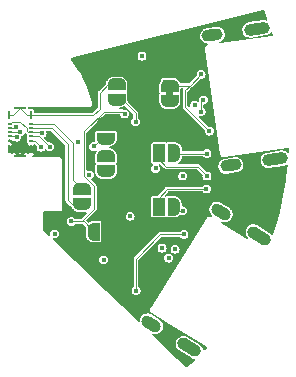
<source format=gtl>
G04 #@! TF.GenerationSoftware,KiCad,Pcbnew,(7.0.0-0)*
G04 #@! TF.CreationDate,2024-01-02T18:24:24+08:00*
G04 #@! TF.ProjectId,SWDProgrammer,53574450-726f-4677-9261-6d6d65722e6b,rev?*
G04 #@! TF.SameCoordinates,Original*
G04 #@! TF.FileFunction,Copper,L1,Top*
G04 #@! TF.FilePolarity,Positive*
%FSLAX46Y46*%
G04 Gerber Fmt 4.6, Leading zero omitted, Abs format (unit mm)*
G04 Created by KiCad (PCBNEW (7.0.0-0)) date 2024-01-02 18:24:24*
%MOMM*%
%LPD*%
G01*
G04 APERTURE LIST*
G04 Aperture macros list*
%AMHorizOval*
0 Thick line with rounded ends*
0 $1 width*
0 $2 $3 position (X,Y) of the first rounded end (center of the circle)*
0 $4 $5 position (X,Y) of the second rounded end (center of the circle)*
0 Add line between two ends*
20,1,$1,$2,$3,$4,$5,0*
0 Add two circle primitives to create the rounded ends*
1,1,$1,$2,$3*
1,1,$1,$4,$5*%
%AMFreePoly0*
4,1,19,0.550000,-0.750000,0.000000,-0.750000,0.000000,-0.744911,-0.071157,-0.744911,-0.207708,-0.704816,-0.327430,-0.627875,-0.420627,-0.520320,-0.479746,-0.390866,-0.500000,-0.250000,-0.500000,0.250000,-0.479746,0.390866,-0.420627,0.520320,-0.327430,0.627875,-0.207708,0.704816,-0.071157,0.744911,0.000000,0.744911,0.000000,0.750000,0.550000,0.750000,0.550000,-0.750000,0.550000,-0.750000,
$1*%
%AMFreePoly1*
4,1,19,0.000000,0.744911,0.071157,0.744911,0.207708,0.704816,0.327430,0.627875,0.420627,0.520320,0.479746,0.390866,0.500000,0.250000,0.500000,-0.250000,0.479746,-0.390866,0.420627,-0.520320,0.327430,-0.627875,0.207708,-0.704816,0.071157,-0.744911,0.000000,-0.744911,0.000000,-0.750000,-0.550000,-0.750000,-0.550000,0.750000,0.000000,0.750000,0.000000,0.744911,0.000000,0.744911,
$1*%
%AMFreePoly2*
4,1,19,0.500000,-0.750000,0.000000,-0.750000,0.000000,-0.744911,-0.071157,-0.744911,-0.207708,-0.704816,-0.327430,-0.627875,-0.420627,-0.520320,-0.479746,-0.390866,-0.500000,-0.250000,-0.500000,0.250000,-0.479746,0.390866,-0.420627,0.520320,-0.327430,0.627875,-0.207708,0.704816,-0.071157,0.744911,0.000000,0.744911,0.000000,0.750000,0.500000,0.750000,0.500000,-0.750000,0.500000,-0.750000,
$1*%
%AMFreePoly3*
4,1,19,0.000000,0.744911,0.071157,0.744911,0.207708,0.704816,0.327430,0.627875,0.420627,0.520320,0.479746,0.390866,0.500000,0.250000,0.500000,-0.250000,0.479746,-0.390866,0.420627,-0.520320,0.327430,-0.627875,0.207708,-0.704816,0.071157,-0.744911,0.000000,-0.744911,0.000000,-0.750000,-0.500000,-0.750000,-0.500000,0.750000,0.000000,0.750000,0.000000,0.744911,0.000000,0.744911,
$1*%
G04 Aperture macros list end*
G04 #@! TA.AperFunction,SMDPad,CuDef*
%ADD10FreePoly0,180.000000*%
G04 #@! TD*
G04 #@! TA.AperFunction,SMDPad,CuDef*
%ADD11R,1.000000X1.500000*%
G04 #@! TD*
G04 #@! TA.AperFunction,SMDPad,CuDef*
%ADD12FreePoly1,180.000000*%
G04 #@! TD*
G04 #@! TA.AperFunction,SMDPad,CuDef*
%ADD13FreePoly2,90.000000*%
G04 #@! TD*
G04 #@! TA.AperFunction,SMDPad,CuDef*
%ADD14FreePoly3,90.000000*%
G04 #@! TD*
G04 #@! TA.AperFunction,SMDPad,CuDef*
%ADD15FreePoly2,0.000000*%
G04 #@! TD*
G04 #@! TA.AperFunction,SMDPad,CuDef*
%ADD16FreePoly3,0.000000*%
G04 #@! TD*
G04 #@! TA.AperFunction,SMDPad,CuDef*
%ADD17R,0.325000X0.180000*%
G04 #@! TD*
G04 #@! TA.AperFunction,SMDPad,CuDef*
%ADD18R,0.235000X0.750000*%
G04 #@! TD*
G04 #@! TA.AperFunction,SMDPad,CuDef*
%ADD19R,1.040000X0.215000*%
G04 #@! TD*
G04 #@! TA.AperFunction,ComponentPad*
%ADD20HorizOval,1.000000X-0.508829X0.317952X0.508829X-0.317952X0*%
G04 #@! TD*
G04 #@! TA.AperFunction,ComponentPad*
%ADD21HorizOval,1.000000X-0.339219X0.211968X0.339219X-0.211968X0*%
G04 #@! TD*
G04 #@! TA.AperFunction,ComponentPad*
%ADD22HorizOval,1.000000X0.594161X0.083504X-0.594161X-0.083504X0*%
G04 #@! TD*
G04 #@! TA.AperFunction,ComponentPad*
%ADD23HorizOval,1.000000X0.396107X0.055669X-0.396107X-0.055669X0*%
G04 #@! TD*
G04 #@! TA.AperFunction,ViaPad*
%ADD24C,0.450000*%
G04 #@! TD*
G04 #@! TA.AperFunction,Conductor*
%ADD25C,0.100000*%
G04 #@! TD*
G04 APERTURE END LIST*
G36*
X146950000Y-56750000D02*
G01*
X146350000Y-56750000D01*
X146350000Y-56250000D01*
X146950000Y-56250000D01*
X146950000Y-56750000D01*
G37*
D10*
X147050000Y-61557500D03*
D11*
X145749999Y-61557499D03*
D12*
X144450000Y-61557500D03*
D10*
X147000000Y-66100000D03*
D11*
X145699999Y-66099999D03*
D12*
X144400000Y-66100000D03*
D13*
X141250000Y-63100000D03*
D14*
X141250000Y-61800000D03*
D15*
X140200000Y-68200000D03*
D16*
X141500000Y-68200000D03*
D13*
X146650000Y-57150000D03*
D14*
X146650000Y-55850000D03*
D13*
X139250000Y-65900000D03*
D14*
X139250000Y-64600000D03*
D13*
X141250000Y-60350000D03*
D14*
X141250000Y-59050000D03*
D17*
X133087499Y-59099999D03*
X133087499Y-59449999D03*
X133087499Y-59799999D03*
X133087499Y-60149999D03*
X133087499Y-60499999D03*
X134862499Y-59099999D03*
X134862499Y-59449999D03*
X134862499Y-59799999D03*
X134862499Y-60149999D03*
X134862499Y-60499999D03*
D18*
X133042499Y-58364999D03*
D19*
X133974999Y-57784999D03*
D18*
X134907499Y-58364999D03*
X133042499Y-61234999D03*
D19*
X133974999Y-61814999D03*
D18*
X134907499Y-61234999D03*
D13*
X142150000Y-57050000D03*
D14*
X142150000Y-55750000D03*
D20*
X148316797Y-78015415D03*
X154225715Y-68559170D03*
D21*
X151003291Y-66545222D03*
X145094215Y-76001721D03*
D22*
X155581179Y-62080248D03*
X154029316Y-51038164D03*
D23*
X150266255Y-51566725D03*
X151818161Y-62609105D03*
D24*
X143800000Y-73200000D03*
X145250000Y-71450000D03*
X146000000Y-69600000D03*
X146550000Y-70450000D03*
X147100000Y-69700000D03*
X147850000Y-68450000D03*
X147750000Y-66450000D03*
X145450000Y-62850000D03*
X147750000Y-63500000D03*
X149800000Y-63500000D03*
X149750000Y-64600000D03*
X149800000Y-61600000D03*
X150000000Y-59700000D03*
X149300000Y-58050000D03*
X148750000Y-57500000D03*
X149500000Y-57050000D03*
X149300000Y-54900000D03*
X144300000Y-53350000D03*
X145250000Y-54500000D03*
X146150000Y-57050000D03*
X146250000Y-55550000D03*
X143771839Y-58904409D03*
X143233206Y-58795658D03*
X142820000Y-58250000D03*
X138300000Y-67350000D03*
X137950000Y-69250000D03*
X136900000Y-68400000D03*
X141050000Y-70600000D03*
X140250000Y-67000000D03*
X143300000Y-66900000D03*
X141250000Y-63100000D03*
X141250000Y-61800000D03*
X140200000Y-61000000D03*
X138900000Y-60600000D03*
X135750000Y-61050000D03*
X136472084Y-61027916D03*
X135850000Y-59875500D03*
X133695191Y-60207214D03*
X134000000Y-59750000D03*
X133600000Y-59350000D03*
X139850000Y-63400000D03*
D25*
X140200000Y-68200000D02*
X139350000Y-67350000D01*
X139350000Y-67350000D02*
X138300000Y-67350000D01*
X136472084Y-61027916D02*
X135594169Y-60150000D01*
X135594169Y-60150000D02*
X134862500Y-60150000D01*
X135750000Y-61050000D02*
X135200000Y-60500000D01*
X135200000Y-60500000D02*
X134862500Y-60500000D01*
X138300000Y-67350000D02*
X139200000Y-67350000D01*
X141080761Y-58050000D02*
X142620000Y-58050000D01*
X139200000Y-67350000D02*
X140250000Y-66300000D01*
X140250000Y-66300000D02*
X140250000Y-64350000D01*
X139400000Y-63500000D02*
X139400000Y-59730761D01*
X140250000Y-64350000D02*
X139400000Y-63500000D01*
X139400000Y-59730761D02*
X141080761Y-58050000D01*
X142620000Y-58050000D02*
X142820000Y-58250000D01*
X135774500Y-59800000D02*
X135850000Y-59875500D01*
X134862500Y-59800000D02*
X135774500Y-59800000D01*
X139250000Y-65900000D02*
X138400000Y-65900000D01*
X138000000Y-65500000D02*
X138000000Y-60800000D01*
X138400000Y-65900000D02*
X138000000Y-65500000D01*
X138000000Y-60800000D02*
X136650000Y-59450000D01*
X136650000Y-59450000D02*
X134862500Y-59450000D01*
X139250000Y-64600000D02*
X138450000Y-63800000D01*
X138450000Y-63800000D02*
X138450000Y-60700000D01*
X138450000Y-60700000D02*
X136850000Y-59100000D01*
X136850000Y-59100000D02*
X134862500Y-59100000D01*
X133637977Y-60150000D02*
X133695191Y-60207214D01*
X133087500Y-60150000D02*
X133637977Y-60150000D01*
X133950000Y-59800000D02*
X134000000Y-59750000D01*
X133087500Y-59800000D02*
X133950000Y-59800000D01*
X133500000Y-59450000D02*
X133600000Y-59350000D01*
X133087500Y-59450000D02*
X133500000Y-59450000D01*
X133087500Y-59100000D02*
X133287500Y-58900000D01*
X133287500Y-58900000D02*
X134000000Y-58900000D01*
X134000000Y-58900000D02*
X134550000Y-59450000D01*
X134550000Y-59450000D02*
X134550000Y-59690000D01*
X134550000Y-59690000D02*
X134660000Y-59800000D01*
X134660000Y-59800000D02*
X134862500Y-59800000D01*
X147750000Y-66450000D02*
X147350000Y-66450000D01*
X147050000Y-61557500D02*
X147092500Y-61600000D01*
X143750000Y-58150000D02*
X143750000Y-58900000D01*
X142150000Y-57050000D02*
X142650000Y-57050000D01*
X142650000Y-57050000D02*
X143750000Y-58150000D01*
X147092500Y-61600000D02*
X149800000Y-61600000D01*
X147350000Y-66450000D02*
X147000000Y-66100000D01*
X145850000Y-68450000D02*
X143800000Y-70500000D01*
X143800000Y-70500000D02*
X143800000Y-73200000D01*
X140850000Y-60350000D02*
X140200000Y-61000000D01*
X141250000Y-60350000D02*
X140850000Y-60350000D01*
X147850000Y-68450000D02*
X145850000Y-68450000D01*
X146450000Y-64600000D02*
X145700000Y-65350000D01*
X149750000Y-64600000D02*
X146450000Y-64600000D01*
X145700000Y-65350000D02*
X145700000Y-66100000D01*
X145750000Y-62100000D02*
X146350000Y-62700000D01*
X146350000Y-62700000D02*
X149000000Y-62700000D01*
X149000000Y-62700000D02*
X149800000Y-63500000D01*
X145750000Y-62150000D02*
X145750000Y-61557500D01*
X145750000Y-61557500D02*
X145750000Y-62100000D01*
X147950000Y-56250000D02*
X148350000Y-55850000D01*
X149300000Y-54900000D02*
X148350000Y-55850000D01*
X150000000Y-59700000D02*
X147950000Y-57650000D01*
X148350000Y-55850000D02*
X146650000Y-55850000D01*
X147950000Y-57650000D02*
X147950000Y-56250000D01*
X149300000Y-57200000D02*
X149450000Y-57050000D01*
X149300000Y-58050000D02*
X149300000Y-57200000D01*
X140750000Y-57800000D02*
X140750000Y-56450000D01*
X134907500Y-58365000D02*
X140185000Y-58365000D01*
X140185000Y-58365000D02*
X140750000Y-57800000D01*
X140750000Y-56450000D02*
X141450000Y-55750000D01*
X141450000Y-55750000D02*
X142150000Y-55750000D01*
X133395000Y-58365000D02*
X133975000Y-57785000D01*
X133042500Y-58365000D02*
X133395000Y-58365000D01*
X134555000Y-58365000D02*
X134907500Y-58365000D01*
X133975000Y-57785000D02*
X134555000Y-58365000D01*
G04 #@! TA.AperFunction,Conductor*
G36*
X154587636Y-49444201D02*
G01*
X154608209Y-49472014D01*
X154784228Y-49887248D01*
X154784987Y-49889107D01*
X154922670Y-50240112D01*
X154926259Y-50282060D01*
X154906387Y-50319177D01*
X154869487Y-50339448D01*
X154827502Y-50336311D01*
X154782006Y-50319028D01*
X154782001Y-50319027D01*
X154777653Y-50317375D01*
X154773031Y-50316856D01*
X154773025Y-50316855D01*
X154618950Y-50299574D01*
X154614323Y-50299055D01*
X154609720Y-50299701D01*
X154609712Y-50299702D01*
X153306399Y-50482871D01*
X153306391Y-50482872D01*
X153304097Y-50483195D01*
X153301860Y-50483802D01*
X153301849Y-50483805D01*
X153189790Y-50514251D01*
X153189782Y-50514254D01*
X153185300Y-50515472D01*
X153181260Y-50517766D01*
X153181255Y-50517769D01*
X153046439Y-50594355D01*
X153046435Y-50594357D01*
X153042395Y-50596653D01*
X153039052Y-50599881D01*
X153039047Y-50599885D01*
X152927516Y-50707589D01*
X152927512Y-50707593D01*
X152924167Y-50710824D01*
X152921730Y-50714785D01*
X152921727Y-50714789D01*
X152840488Y-50846840D01*
X152840484Y-50846847D01*
X152838048Y-50850808D01*
X152836672Y-50855251D01*
X152836670Y-50855257D01*
X152790823Y-51003366D01*
X152790822Y-51003370D01*
X152789447Y-51007813D01*
X152789219Y-51012455D01*
X152789219Y-51012461D01*
X152782567Y-51148491D01*
X152781419Y-51171971D01*
X152782353Y-51176524D01*
X152782354Y-51176528D01*
X152813530Y-51328408D01*
X152813531Y-51328413D01*
X152814467Y-51332969D01*
X152816506Y-51337150D01*
X152816508Y-51337155D01*
X152863380Y-51433257D01*
X152886515Y-51480690D01*
X152889530Y-51484232D01*
X152889531Y-51484234D01*
X152952788Y-51558560D01*
X152993037Y-51605852D01*
X153127338Y-51700591D01*
X153280981Y-51758955D01*
X153444311Y-51777275D01*
X154754537Y-51593135D01*
X154873334Y-51560858D01*
X155016239Y-51479677D01*
X155134466Y-51365506D01*
X155181989Y-51288257D01*
X155212720Y-51260453D01*
X155253581Y-51253530D01*
X155291756Y-51269662D01*
X155315271Y-51303788D01*
X155403292Y-51569812D01*
X155404453Y-51612446D01*
X155381890Y-51648640D01*
X155343099Y-51666370D01*
X150879218Y-52278949D01*
X150835897Y-52271740D01*
X150804291Y-52241250D01*
X150795530Y-52198216D01*
X150812700Y-52157796D01*
X150849755Y-52134225D01*
X150912218Y-52117254D01*
X151055124Y-52036073D01*
X151173351Y-51921903D01*
X151259470Y-51781918D01*
X151308071Y-51624913D01*
X151316100Y-51460755D01*
X151283052Y-51299758D01*
X151211004Y-51152036D01*
X151104482Y-51026874D01*
X151084050Y-51012461D01*
X150973986Y-50934819D01*
X150973985Y-50934818D01*
X150970181Y-50932135D01*
X150965830Y-50930482D01*
X150965826Y-50930480D01*
X150820891Y-50875424D01*
X150820886Y-50875423D01*
X150816538Y-50873771D01*
X150811916Y-50873252D01*
X150811910Y-50873251D01*
X150657835Y-50855970D01*
X150653208Y-50855451D01*
X150648605Y-50856097D01*
X150648597Y-50856098D01*
X149741393Y-50983597D01*
X149741385Y-50983598D01*
X149739091Y-50983921D01*
X149736854Y-50984528D01*
X149736843Y-50984531D01*
X149624783Y-51014977D01*
X149624775Y-51014980D01*
X149620293Y-51016198D01*
X149616253Y-51018492D01*
X149616248Y-51018495D01*
X149481432Y-51095081D01*
X149481428Y-51095083D01*
X149477388Y-51097379D01*
X149474045Y-51100607D01*
X149474040Y-51100611D01*
X149362510Y-51208314D01*
X149362506Y-51208318D01*
X149359161Y-51211549D01*
X149356724Y-51215510D01*
X149356721Y-51215514D01*
X149275479Y-51347571D01*
X149275476Y-51347577D01*
X149273042Y-51351534D01*
X149271667Y-51355975D01*
X149271665Y-51355980D01*
X149225816Y-51504091D01*
X149225814Y-51504097D01*
X149224440Y-51508539D01*
X149224213Y-51513178D01*
X149224212Y-51513185D01*
X149218531Y-51629359D01*
X149216412Y-51672697D01*
X149217346Y-51677250D01*
X149217347Y-51677254D01*
X149248523Y-51829133D01*
X149248524Y-51829138D01*
X149249460Y-51833694D01*
X149251499Y-51837875D01*
X149251501Y-51837880D01*
X149290791Y-51918436D01*
X149321508Y-51981416D01*
X149428029Y-52106578D01*
X149562330Y-52201317D01*
X149715973Y-52259681D01*
X149844018Y-52274043D01*
X149888078Y-52295238D01*
X149909303Y-52339282D01*
X149898429Y-52386950D01*
X149860203Y-52417432D01*
X149830831Y-52427706D01*
X149830571Y-52427796D01*
X149790568Y-52441621D01*
X149790561Y-52441624D01*
X149783883Y-52443933D01*
X149783514Y-52444259D01*
X149783050Y-52444422D01*
X149777800Y-52449111D01*
X149777799Y-52449113D01*
X149746293Y-52477262D01*
X149746087Y-52477445D01*
X149714598Y-52505367D01*
X149714595Y-52505370D01*
X149709318Y-52510050D01*
X149709102Y-52510492D01*
X149708736Y-52510820D01*
X149687330Y-52555260D01*
X149665733Y-52599668D01*
X149665703Y-52600159D01*
X149665490Y-52600603D01*
X149665092Y-52607672D01*
X149665092Y-52607673D01*
X149662731Y-52649632D01*
X149662715Y-52649909D01*
X149660195Y-52691866D01*
X149660195Y-52691870D01*
X149659759Y-52699144D01*
X149665798Y-52716618D01*
X149669130Y-52730449D01*
X150924435Y-61627963D01*
X150925046Y-61642430D01*
X150924452Y-61653049D01*
X150924452Y-61653052D01*
X150924046Y-61660327D01*
X150926453Y-61667203D01*
X150926454Y-61667205D01*
X150932643Y-61684880D01*
X150940334Y-61706843D01*
X150956940Y-61754312D01*
X150956967Y-61754342D01*
X150956981Y-61754382D01*
X150990443Y-61791809D01*
X151023338Y-61828626D01*
X151023375Y-61828643D01*
X151023403Y-61828675D01*
X151030151Y-61831923D01*
X151030153Y-61831924D01*
X151069126Y-61850680D01*
X151069127Y-61850681D01*
X151113121Y-61871872D01*
X151113161Y-61871874D01*
X151113200Y-61871893D01*
X151164279Y-61874749D01*
X151212619Y-61877469D01*
X151229541Y-61871548D01*
X151243597Y-61868131D01*
X156655064Y-61102907D01*
X156697487Y-61109485D01*
X156729120Y-61138512D01*
X156739313Y-61180217D01*
X156724594Y-61449493D01*
X156712307Y-61486455D01*
X156682952Y-61512058D01*
X156644663Y-61519207D01*
X156608049Y-61505923D01*
X156483159Y-61417823D01*
X156478808Y-61416170D01*
X156478804Y-61416168D01*
X156333869Y-61361112D01*
X156333864Y-61361111D01*
X156329516Y-61359459D01*
X156324894Y-61358940D01*
X156324888Y-61358939D01*
X156170813Y-61341658D01*
X156166186Y-61341139D01*
X156161583Y-61341785D01*
X156161575Y-61341786D01*
X154858262Y-61524955D01*
X154858254Y-61524956D01*
X154855960Y-61525279D01*
X154853723Y-61525886D01*
X154853712Y-61525889D01*
X154741653Y-61556335D01*
X154741645Y-61556338D01*
X154737163Y-61557556D01*
X154733123Y-61559850D01*
X154733118Y-61559853D01*
X154598302Y-61636439D01*
X154598298Y-61636441D01*
X154594258Y-61638737D01*
X154590915Y-61641965D01*
X154590910Y-61641969D01*
X154479379Y-61749673D01*
X154479375Y-61749677D01*
X154476030Y-61752908D01*
X154473593Y-61756869D01*
X154473590Y-61756873D01*
X154392351Y-61888924D01*
X154392347Y-61888931D01*
X154389911Y-61892892D01*
X154388535Y-61897335D01*
X154388533Y-61897341D01*
X154342686Y-62045450D01*
X154342685Y-62045454D01*
X154341310Y-62049897D01*
X154341082Y-62054539D01*
X154341082Y-62054545D01*
X154333509Y-62209406D01*
X154333282Y-62214055D01*
X154334216Y-62218608D01*
X154334217Y-62218612D01*
X154365393Y-62370492D01*
X154365394Y-62370497D01*
X154366330Y-62375053D01*
X154368369Y-62379234D01*
X154368371Y-62379239D01*
X154417357Y-62479674D01*
X154438378Y-62522774D01*
X154441393Y-62526316D01*
X154441394Y-62526318D01*
X154501065Y-62596430D01*
X154544900Y-62647936D01*
X154679201Y-62742675D01*
X154832844Y-62801039D01*
X154996174Y-62819359D01*
X156306400Y-62635219D01*
X156425197Y-62602942D01*
X156429242Y-62600643D01*
X156429247Y-62600642D01*
X156526307Y-62545504D01*
X156564907Y-62535874D01*
X156602915Y-62547624D01*
X156629346Y-62577357D01*
X156636561Y-62616480D01*
X156614018Y-62866929D01*
X156613739Y-62869517D01*
X156496759Y-63800919D01*
X156496390Y-63803495D01*
X156346726Y-64730250D01*
X156346266Y-64732811D01*
X156164112Y-65653712D01*
X156163562Y-65656256D01*
X155949141Y-66570185D01*
X155948502Y-66572707D01*
X155702083Y-67478513D01*
X155701356Y-67481012D01*
X155423231Y-68377621D01*
X155422416Y-68380093D01*
X155391362Y-68469024D01*
X155368730Y-68501595D01*
X155332531Y-68517801D01*
X155293162Y-68512987D01*
X155263063Y-68489420D01*
X155262290Y-68488036D01*
X155148948Y-68369015D01*
X155090409Y-68332436D01*
X154028858Y-67669105D01*
X154028859Y-67669105D01*
X154026893Y-67667877D01*
X154024790Y-67666905D01*
X154024784Y-67666902D01*
X153919370Y-67618194D01*
X153919368Y-67618193D01*
X153915143Y-67616241D01*
X153910563Y-67615400D01*
X153910562Y-67615400D01*
X153758064Y-67587411D01*
X153758057Y-67587410D01*
X153753488Y-67586572D01*
X153748851Y-67586896D01*
X153748848Y-67586896D01*
X153594179Y-67597711D01*
X153594177Y-67597711D01*
X153589534Y-67598036D01*
X153585116Y-67599505D01*
X153585114Y-67599506D01*
X153437999Y-67648444D01*
X153437994Y-67648446D01*
X153433582Y-67649914D01*
X153429673Y-67652432D01*
X153429669Y-67652435D01*
X153299343Y-67736425D01*
X153299338Y-67736428D01*
X153295431Y-67738947D01*
X153292270Y-67742359D01*
X153292268Y-67742362D01*
X153186923Y-67856123D01*
X153186918Y-67856129D01*
X153183762Y-67859538D01*
X153181549Y-67863629D01*
X153181548Y-67863632D01*
X153107804Y-68000018D01*
X153107802Y-68000022D01*
X153105591Y-68004112D01*
X153104467Y-68008619D01*
X153104465Y-68008625D01*
X153066955Y-68159066D01*
X153066954Y-68159071D01*
X153065829Y-68163585D01*
X153065861Y-68168239D01*
X153065861Y-68168244D01*
X153066944Y-68323280D01*
X153066977Y-68327936D01*
X153068166Y-68332436D01*
X153107771Y-68482340D01*
X153107773Y-68482346D01*
X153108960Y-68486837D01*
X153111228Y-68490896D01*
X153111229Y-68490897D01*
X153186870Y-68626242D01*
X153186872Y-68626245D01*
X153189142Y-68630306D01*
X153192350Y-68633675D01*
X153192351Y-68633676D01*
X153246022Y-68690036D01*
X153265184Y-68727527D01*
X153260794Y-68769402D01*
X153234274Y-68802104D01*
X153194209Y-68815047D01*
X153153569Y-68804041D01*
X152778683Y-68572675D01*
X151019518Y-67486981D01*
X150990621Y-67453747D01*
X150985725Y-67409980D01*
X151006564Y-67371181D01*
X151045757Y-67351094D01*
X151089422Y-67356833D01*
X151140028Y-67380216D01*
X151144255Y-67382169D01*
X151305910Y-67411838D01*
X151469864Y-67400374D01*
X151625816Y-67348496D01*
X151763967Y-67259464D01*
X151875636Y-67138872D01*
X151953807Y-66994298D01*
X151993569Y-66834825D01*
X151992421Y-66670475D01*
X151950438Y-66511573D01*
X151885706Y-66395749D01*
X151872527Y-66372167D01*
X151872525Y-66372165D01*
X151870256Y-66368104D01*
X151851586Y-66348499D01*
X151783474Y-66276974D01*
X151756914Y-66249083D01*
X151725661Y-66229554D01*
X151384246Y-66016214D01*
X150974080Y-65759913D01*
X150932025Y-65740481D01*
X150866555Y-65710229D01*
X150866550Y-65710227D01*
X150862329Y-65708277D01*
X150857747Y-65707436D01*
X150705250Y-65679447D01*
X150705243Y-65679446D01*
X150700674Y-65678608D01*
X150696037Y-65678932D01*
X150696034Y-65678932D01*
X150541365Y-65689747D01*
X150541363Y-65689747D01*
X150536720Y-65690072D01*
X150532302Y-65691541D01*
X150532300Y-65691542D01*
X150385184Y-65740481D01*
X150385181Y-65740482D01*
X150380769Y-65741950D01*
X150376857Y-65744470D01*
X150376857Y-65744471D01*
X150246529Y-65828461D01*
X150246524Y-65828464D01*
X150242617Y-65830983D01*
X150239461Y-65834390D01*
X150239455Y-65834396D01*
X150134109Y-65948159D01*
X150134104Y-65948165D01*
X150130948Y-65951574D01*
X150128735Y-65955665D01*
X150128734Y-65955668D01*
X150054990Y-66092054D01*
X150054988Y-66092058D01*
X150052777Y-66096148D01*
X150051653Y-66100655D01*
X150051651Y-66100661D01*
X150014141Y-66251102D01*
X150014140Y-66251107D01*
X150013015Y-66255621D01*
X150013047Y-66260275D01*
X150013047Y-66260280D01*
X150014130Y-66415315D01*
X150014163Y-66419971D01*
X150015352Y-66424471D01*
X150054957Y-66574376D01*
X150054959Y-66574382D01*
X150056146Y-66578873D01*
X150058414Y-66582932D01*
X150058415Y-66582933D01*
X150134056Y-66718278D01*
X150134058Y-66718281D01*
X150136328Y-66722342D01*
X150139536Y-66725711D01*
X150139537Y-66725712D01*
X150239127Y-66830292D01*
X150259255Y-66874860D01*
X150247190Y-66922251D01*
X150208200Y-66951768D01*
X150159314Y-66950521D01*
X150136223Y-66941770D01*
X150135830Y-66941600D01*
X150135314Y-66941282D01*
X150113041Y-66932984D01*
X150112707Y-66932859D01*
X150073519Y-66918009D01*
X150073518Y-66918008D01*
X150066924Y-66915510D01*
X150066188Y-66915532D01*
X150065503Y-66915277D01*
X150058477Y-66915530D01*
X150058474Y-66915530D01*
X150016738Y-66917037D01*
X150016324Y-66917051D01*
X149974333Y-66918331D01*
X149974332Y-66918331D01*
X149967315Y-66918545D01*
X149966645Y-66918846D01*
X149965913Y-66918873D01*
X149959539Y-66921786D01*
X149959534Y-66921788D01*
X149921479Y-66939185D01*
X149921104Y-66939355D01*
X149882864Y-66956579D01*
X149882859Y-66956581D01*
X149876450Y-66959469D01*
X149875946Y-66960004D01*
X149875280Y-66960309D01*
X149870493Y-66965453D01*
X149870489Y-66965457D01*
X149841946Y-66996137D01*
X149841667Y-66996436D01*
X149826556Y-67012498D01*
X149826545Y-67012510D01*
X149825401Y-67013727D01*
X149825080Y-67014239D01*
X149824802Y-67014568D01*
X149812364Y-67027938D01*
X149812362Y-67027941D01*
X149807402Y-67033273D01*
X149804860Y-67040095D01*
X149804858Y-67040099D01*
X149801486Y-67049152D01*
X149794895Y-67062536D01*
X145036885Y-74675661D01*
X145028278Y-74686882D01*
X145020521Y-74695208D01*
X145020516Y-74695215D01*
X145015552Y-74700544D01*
X145013003Y-74707367D01*
X145013002Y-74707371D01*
X144998361Y-74746579D01*
X144998236Y-74746912D01*
X144985535Y-74780428D01*
X144980894Y-74792677D01*
X144980913Y-74793310D01*
X144980692Y-74793903D01*
X144980941Y-74800963D01*
X144980941Y-74800967D01*
X144982419Y-74842783D01*
X144982431Y-74843141D01*
X144983714Y-74885252D01*
X144983714Y-74885254D01*
X144983929Y-74892287D01*
X144984189Y-74892865D01*
X144984212Y-74893496D01*
X144987143Y-74899920D01*
X144987144Y-74899924D01*
X145004581Y-74938142D01*
X145004726Y-74938462D01*
X145024854Y-74983151D01*
X145025313Y-74983583D01*
X145025577Y-74984161D01*
X145061610Y-75017733D01*
X145097434Y-75051439D01*
X145114893Y-75058055D01*
X145127574Y-75064305D01*
X146357364Y-75824603D01*
X149757171Y-77926478D01*
X149785469Y-77958459D01*
X149791386Y-78000750D01*
X149772950Y-78039269D01*
X149591426Y-78238434D01*
X149558295Y-78259375D01*
X149519115Y-78260458D01*
X149484879Y-78241378D01*
X149465190Y-78207489D01*
X149433554Y-78087750D01*
X149353372Y-77944281D01*
X149336418Y-77926478D01*
X149243238Y-77828629D01*
X149243239Y-77828629D01*
X149240030Y-77825260D01*
X149181491Y-77788681D01*
X148119940Y-77125350D01*
X148119941Y-77125350D01*
X148117975Y-77124122D01*
X148115872Y-77123150D01*
X148115866Y-77123147D01*
X148010452Y-77074439D01*
X148010450Y-77074438D01*
X148006225Y-77072486D01*
X148001645Y-77071645D01*
X148001644Y-77071645D01*
X147849146Y-77043656D01*
X147849139Y-77043655D01*
X147844570Y-77042817D01*
X147839933Y-77043141D01*
X147839930Y-77043141D01*
X147685261Y-77053956D01*
X147685259Y-77053956D01*
X147680616Y-77054281D01*
X147676198Y-77055750D01*
X147676196Y-77055751D01*
X147529081Y-77104689D01*
X147529076Y-77104691D01*
X147524664Y-77106159D01*
X147520755Y-77108677D01*
X147520751Y-77108680D01*
X147390425Y-77192670D01*
X147390420Y-77192673D01*
X147386513Y-77195192D01*
X147383352Y-77198604D01*
X147383350Y-77198607D01*
X147278005Y-77312368D01*
X147278000Y-77312374D01*
X147274844Y-77315783D01*
X147272631Y-77319874D01*
X147272630Y-77319877D01*
X147198886Y-77456263D01*
X147198884Y-77456267D01*
X147196673Y-77460357D01*
X147195549Y-77464864D01*
X147195547Y-77464870D01*
X147158037Y-77615311D01*
X147158036Y-77615316D01*
X147156911Y-77619830D01*
X147156943Y-77624484D01*
X147156943Y-77624489D01*
X147158026Y-77779525D01*
X147158059Y-77784181D01*
X147159248Y-77788681D01*
X147198853Y-77938585D01*
X147198855Y-77938591D01*
X147200042Y-77943082D01*
X147202310Y-77947141D01*
X147202311Y-77947142D01*
X147277952Y-78082487D01*
X147277954Y-78082490D01*
X147280224Y-78086551D01*
X147393566Y-78205572D01*
X148515621Y-78906710D01*
X148627372Y-78958346D01*
X148631953Y-78959186D01*
X148631954Y-78959187D01*
X148712427Y-78973957D01*
X148748293Y-78991488D01*
X148769833Y-79025099D01*
X148770778Y-79065009D01*
X148750853Y-79099602D01*
X148461938Y-79382637D01*
X148460422Y-79384081D01*
X148128583Y-79691258D01*
X148096131Y-79708776D01*
X148059254Y-79708456D01*
X148027111Y-79690378D01*
X147294269Y-78988016D01*
X145186343Y-76967762D01*
X145164575Y-76926631D01*
X145171666Y-76880637D01*
X145204813Y-76847972D01*
X145250904Y-76841554D01*
X145396834Y-76868337D01*
X145560788Y-76856873D01*
X145716740Y-76804995D01*
X145854891Y-76715963D01*
X145966560Y-76595371D01*
X146044731Y-76450797D01*
X146084493Y-76291324D01*
X146083345Y-76126974D01*
X146041362Y-75968072D01*
X145990167Y-75876470D01*
X145963451Y-75828666D01*
X145963449Y-75828664D01*
X145961180Y-75824603D01*
X145847838Y-75705582D01*
X145065004Y-75216412D01*
X145022949Y-75196980D01*
X144957479Y-75166728D01*
X144957474Y-75166726D01*
X144953253Y-75164776D01*
X144948671Y-75163935D01*
X144796174Y-75135946D01*
X144796167Y-75135945D01*
X144791598Y-75135107D01*
X144786961Y-75135431D01*
X144786958Y-75135431D01*
X144632289Y-75146246D01*
X144632287Y-75146246D01*
X144627644Y-75146571D01*
X144623226Y-75148040D01*
X144623224Y-75148041D01*
X144476108Y-75196980D01*
X144476105Y-75196981D01*
X144471693Y-75198449D01*
X144467781Y-75200969D01*
X144467781Y-75200970D01*
X144337453Y-75284960D01*
X144337448Y-75284963D01*
X144333541Y-75287482D01*
X144330385Y-75290889D01*
X144330379Y-75290895D01*
X144225033Y-75404658D01*
X144225028Y-75404664D01*
X144221872Y-75408073D01*
X144219659Y-75412164D01*
X144219658Y-75412167D01*
X144145914Y-75548553D01*
X144145912Y-75548557D01*
X144143701Y-75552647D01*
X144142577Y-75557154D01*
X144142575Y-75557160D01*
X144105065Y-75707601D01*
X144105064Y-75707606D01*
X144103939Y-75712120D01*
X144103971Y-75716774D01*
X144103971Y-75716779D01*
X144104250Y-75756741D01*
X144092210Y-75797719D01*
X144059532Y-75825218D01*
X144017100Y-75830079D01*
X143979050Y-75810682D01*
X141255073Y-73200000D01*
X143419819Y-73200000D01*
X143438426Y-73317482D01*
X143492427Y-73423465D01*
X143576535Y-73507573D01*
X143682518Y-73561574D01*
X143800000Y-73580181D01*
X143917482Y-73561574D01*
X144023465Y-73507573D01*
X144107573Y-73423465D01*
X144161574Y-73317482D01*
X144180181Y-73200000D01*
X144161574Y-73082518D01*
X144107573Y-72976535D01*
X144023465Y-72892427D01*
X144024489Y-72891402D01*
X144008565Y-72872758D01*
X144000500Y-72839163D01*
X144000500Y-70613701D01*
X144006133Y-70585382D01*
X144022174Y-70561375D01*
X144133549Y-70450000D01*
X146169819Y-70450000D01*
X146170730Y-70455752D01*
X146187458Y-70561375D01*
X146188426Y-70567482D01*
X146242427Y-70673465D01*
X146326535Y-70757573D01*
X146432518Y-70811574D01*
X146550000Y-70830181D01*
X146667482Y-70811574D01*
X146773465Y-70757573D01*
X146857573Y-70673465D01*
X146911574Y-70567482D01*
X146930181Y-70450000D01*
X146911574Y-70332518D01*
X146857573Y-70226535D01*
X146773465Y-70142427D01*
X146667482Y-70088426D01*
X146661728Y-70087514D01*
X146661726Y-70087514D01*
X146555752Y-70070730D01*
X146550000Y-70069819D01*
X146544248Y-70070730D01*
X146438273Y-70087514D01*
X146438269Y-70087515D01*
X146432518Y-70088426D01*
X146427326Y-70091071D01*
X146427324Y-70091072D01*
X146331727Y-70139781D01*
X146331724Y-70139782D01*
X146326535Y-70142427D01*
X146322418Y-70146543D01*
X146322415Y-70146546D01*
X146246546Y-70222415D01*
X146246543Y-70222418D01*
X146242427Y-70226535D01*
X146239782Y-70231724D01*
X146239781Y-70231727D01*
X146191072Y-70327324D01*
X146188426Y-70332518D01*
X146187515Y-70338269D01*
X146187514Y-70338273D01*
X146172658Y-70432076D01*
X146169819Y-70450000D01*
X144133549Y-70450000D01*
X144983550Y-69600000D01*
X145619819Y-69600000D01*
X145638426Y-69717482D01*
X145641072Y-69722675D01*
X145689378Y-69817482D01*
X145692427Y-69823465D01*
X145776535Y-69907573D01*
X145882518Y-69961574D01*
X146000000Y-69980181D01*
X146117482Y-69961574D01*
X146223465Y-69907573D01*
X146307573Y-69823465D01*
X146361574Y-69717482D01*
X146364343Y-69700000D01*
X146719819Y-69700000D01*
X146738426Y-69817482D01*
X146792427Y-69923465D01*
X146876535Y-70007573D01*
X146982518Y-70061574D01*
X147100000Y-70080181D01*
X147217482Y-70061574D01*
X147323465Y-70007573D01*
X147407573Y-69923465D01*
X147461574Y-69817482D01*
X147480181Y-69700000D01*
X147461574Y-69582518D01*
X147407573Y-69476535D01*
X147323465Y-69392427D01*
X147217482Y-69338426D01*
X147211728Y-69337514D01*
X147211726Y-69337514D01*
X147105752Y-69320730D01*
X147100000Y-69319819D01*
X147094248Y-69320730D01*
X146988273Y-69337514D01*
X146988269Y-69337515D01*
X146982518Y-69338426D01*
X146977326Y-69341071D01*
X146977324Y-69341072D01*
X146881727Y-69389781D01*
X146881724Y-69389782D01*
X146876535Y-69392427D01*
X146872418Y-69396543D01*
X146872415Y-69396546D01*
X146796546Y-69472415D01*
X146796543Y-69472418D01*
X146792427Y-69476535D01*
X146789782Y-69481724D01*
X146789781Y-69481727D01*
X146753118Y-69553683D01*
X146738426Y-69582518D01*
X146737515Y-69588269D01*
X146737514Y-69588273D01*
X146736568Y-69594248D01*
X146719819Y-69700000D01*
X146364343Y-69700000D01*
X146380181Y-69600000D01*
X146361574Y-69482518D01*
X146307573Y-69376535D01*
X146223465Y-69292427D01*
X146117482Y-69238426D01*
X146111728Y-69237514D01*
X146111726Y-69237514D01*
X146005752Y-69220730D01*
X146000000Y-69219819D01*
X145994248Y-69220730D01*
X145888273Y-69237514D01*
X145888269Y-69237515D01*
X145882518Y-69238426D01*
X145877326Y-69241071D01*
X145877324Y-69241072D01*
X145781727Y-69289781D01*
X145781724Y-69289782D01*
X145776535Y-69292427D01*
X145772418Y-69296543D01*
X145772415Y-69296546D01*
X145696546Y-69372415D01*
X145696543Y-69372418D01*
X145692427Y-69376535D01*
X145689782Y-69381724D01*
X145689781Y-69381727D01*
X145641474Y-69476535D01*
X145638426Y-69482518D01*
X145637515Y-69488269D01*
X145637514Y-69488273D01*
X145630625Y-69531771D01*
X145619819Y-69600000D01*
X144983550Y-69600000D01*
X145911376Y-68672174D01*
X145935383Y-68656133D01*
X145963702Y-68650500D01*
X147489163Y-68650500D01*
X147522758Y-68658565D01*
X147541402Y-68674489D01*
X147542427Y-68673465D01*
X147626535Y-68757573D01*
X147732518Y-68811574D01*
X147850000Y-68830181D01*
X147967482Y-68811574D01*
X148073465Y-68757573D01*
X148157573Y-68673465D01*
X148211574Y-68567482D01*
X148230181Y-68450000D01*
X148211574Y-68332518D01*
X148157573Y-68226535D01*
X148073465Y-68142427D01*
X147967482Y-68088426D01*
X147961728Y-68087514D01*
X147961726Y-68087514D01*
X147855752Y-68070730D01*
X147850000Y-68069819D01*
X147844248Y-68070730D01*
X147738273Y-68087514D01*
X147738269Y-68087515D01*
X147732518Y-68088426D01*
X147727326Y-68091071D01*
X147727324Y-68091072D01*
X147631727Y-68139781D01*
X147631724Y-68139782D01*
X147626535Y-68142427D01*
X147622418Y-68146543D01*
X147622415Y-68146546D01*
X147542427Y-68226535D01*
X147541402Y-68225510D01*
X147522758Y-68241435D01*
X147489163Y-68249500D01*
X145894885Y-68249500D01*
X145886598Y-68249035D01*
X145880897Y-68248392D01*
X145873026Y-68245638D01*
X145864740Y-68246571D01*
X145864738Y-68246571D01*
X145842872Y-68249035D01*
X145834588Y-68249500D01*
X145827410Y-68249500D01*
X145823371Y-68250421D01*
X145823358Y-68250423D01*
X145820403Y-68251098D01*
X145812232Y-68252486D01*
X145790358Y-68254950D01*
X145790354Y-68254951D01*
X145782076Y-68255884D01*
X145775023Y-68260315D01*
X145771888Y-68261412D01*
X145768889Y-68262856D01*
X145760769Y-68264710D01*
X145754256Y-68269903D01*
X145754249Y-68269907D01*
X145737034Y-68283636D01*
X145730277Y-68288431D01*
X145727717Y-68290039D01*
X145727711Y-68290043D01*
X145724199Y-68292251D01*
X145721267Y-68295182D01*
X145721259Y-68295189D01*
X145719116Y-68297333D01*
X145712940Y-68302851D01*
X145689212Y-68321776D01*
X145685596Y-68329283D01*
X145682014Y-68333776D01*
X145676485Y-68339964D01*
X143689971Y-70326478D01*
X143683786Y-70332006D01*
X143679285Y-70335594D01*
X143671776Y-70339212D01*
X143666579Y-70345729D01*
X143652852Y-70362941D01*
X143647329Y-70369121D01*
X143645187Y-70371262D01*
X143645180Y-70371270D01*
X143642252Y-70374199D01*
X143640047Y-70377706D01*
X143640040Y-70377716D01*
X143638429Y-70380280D01*
X143633638Y-70387032D01*
X143619906Y-70404252D01*
X143619904Y-70404254D01*
X143614710Y-70410769D01*
X143612856Y-70418889D01*
X143611412Y-70421888D01*
X143610315Y-70425023D01*
X143605884Y-70432076D01*
X143604951Y-70440354D01*
X143604950Y-70440358D01*
X143602486Y-70462232D01*
X143601098Y-70470403D01*
X143600423Y-70473358D01*
X143600421Y-70473371D01*
X143599500Y-70477410D01*
X143599500Y-70481562D01*
X143599500Y-70484588D01*
X143599035Y-70492872D01*
X143596571Y-70514738D01*
X143596571Y-70514740D01*
X143595638Y-70523026D01*
X143598392Y-70530897D01*
X143599035Y-70536598D01*
X143599500Y-70544885D01*
X143599500Y-72839163D01*
X143591435Y-72872758D01*
X143575510Y-72891402D01*
X143576535Y-72892427D01*
X143496546Y-72972415D01*
X143496543Y-72972418D01*
X143492427Y-72976535D01*
X143489782Y-72981724D01*
X143489781Y-72981727D01*
X143441072Y-73077324D01*
X143438426Y-73082518D01*
X143437515Y-73088269D01*
X143437514Y-73088273D01*
X143420730Y-73194248D01*
X143419819Y-73200000D01*
X141255073Y-73200000D01*
X138658817Y-70711726D01*
X138542243Y-70600000D01*
X140669819Y-70600000D01*
X140670730Y-70605752D01*
X140681454Y-70673465D01*
X140688426Y-70717482D01*
X140691072Y-70722675D01*
X140735019Y-70808927D01*
X140742427Y-70823465D01*
X140826535Y-70907573D01*
X140932518Y-70961574D01*
X141050000Y-70980181D01*
X141167482Y-70961574D01*
X141273465Y-70907573D01*
X141357573Y-70823465D01*
X141411574Y-70717482D01*
X141430181Y-70600000D01*
X141411574Y-70482518D01*
X141357573Y-70376535D01*
X141273465Y-70292427D01*
X141167482Y-70238426D01*
X141161728Y-70237514D01*
X141161726Y-70237514D01*
X141055752Y-70220730D01*
X141050000Y-70219819D01*
X141044248Y-70220730D01*
X140938273Y-70237514D01*
X140938269Y-70237515D01*
X140932518Y-70238426D01*
X140927326Y-70241071D01*
X140927324Y-70241072D01*
X140831727Y-70289781D01*
X140831724Y-70289782D01*
X140826535Y-70292427D01*
X140822418Y-70296543D01*
X140822415Y-70296546D01*
X140746546Y-70372415D01*
X140746543Y-70372418D01*
X140742427Y-70376535D01*
X140739782Y-70381724D01*
X140739781Y-70381727D01*
X140693093Y-70473358D01*
X140688426Y-70482518D01*
X140687515Y-70488269D01*
X140687514Y-70488273D01*
X140678548Y-70544885D01*
X140669819Y-70600000D01*
X138542243Y-70600000D01*
X136763226Y-68894975D01*
X136741534Y-68854289D01*
X136748142Y-68808656D01*
X136780484Y-68775795D01*
X136826003Y-68768461D01*
X136900000Y-68780181D01*
X137017482Y-68761574D01*
X137123465Y-68707573D01*
X137207573Y-68623465D01*
X137261574Y-68517482D01*
X137280181Y-68400000D01*
X137261574Y-68282518D01*
X137207573Y-68176535D01*
X137123465Y-68092427D01*
X137099503Y-68080218D01*
X137022675Y-68041072D01*
X137017482Y-68038426D01*
X137011728Y-68037514D01*
X137011726Y-68037514D01*
X136905752Y-68020730D01*
X136900000Y-68019819D01*
X136894248Y-68020730D01*
X136788273Y-68037514D01*
X136788269Y-68037515D01*
X136782518Y-68038426D01*
X136777326Y-68041071D01*
X136777324Y-68041072D01*
X136681727Y-68089781D01*
X136681724Y-68089782D01*
X136676535Y-68092427D01*
X136672418Y-68096543D01*
X136672415Y-68096546D01*
X136596546Y-68172415D01*
X136596543Y-68172418D01*
X136592427Y-68176535D01*
X136589782Y-68181724D01*
X136589781Y-68181727D01*
X136543404Y-68272748D01*
X136538426Y-68282518D01*
X136537515Y-68288269D01*
X136537514Y-68288273D01*
X136522972Y-68380093D01*
X136519819Y-68400000D01*
X136520730Y-68405752D01*
X136534303Y-68491450D01*
X136527326Y-68536271D01*
X136495507Y-68568600D01*
X136450803Y-68576290D01*
X136410011Y-68556451D01*
X136159731Y-68316581D01*
X135923281Y-68089965D01*
X135906422Y-68065584D01*
X135900485Y-68036541D01*
X135900485Y-66574508D01*
X135910399Y-66537508D01*
X135937485Y-66510422D01*
X135974485Y-66500508D01*
X137218023Y-66500508D01*
X137232459Y-66501929D01*
X137249985Y-66505416D01*
X137347725Y-66485974D01*
X137430586Y-66430609D01*
X137485951Y-66347748D01*
X137500485Y-66274682D01*
X137505393Y-66250008D01*
X137501906Y-66232482D01*
X137500485Y-66218046D01*
X137500485Y-62181962D01*
X137501907Y-62167525D01*
X137503971Y-62157149D01*
X137505393Y-62150000D01*
X137485951Y-62052260D01*
X137430586Y-61969399D01*
X137420238Y-61962485D01*
X137353783Y-61918082D01*
X137347725Y-61914034D01*
X137340579Y-61912612D01*
X137340578Y-61912612D01*
X137274659Y-61899500D01*
X137257134Y-61896014D01*
X137249985Y-61894592D01*
X137242836Y-61896014D01*
X137232460Y-61898078D01*
X137218023Y-61899500D01*
X135089792Y-61899500D01*
X135048680Y-61887029D01*
X135021425Y-61853818D01*
X135017214Y-61811063D01*
X135037467Y-61773174D01*
X135069804Y-61755889D01*
X135069646Y-61755507D01*
X135073527Y-61753899D01*
X135075356Y-61752922D01*
X135076378Y-61752718D01*
X135089586Y-61747247D01*
X135127083Y-61722193D01*
X135137193Y-61712083D01*
X135162248Y-61674585D01*
X135165732Y-61666175D01*
X135165529Y-61662049D01*
X135161264Y-61654934D01*
X134914387Y-61408057D01*
X134907499Y-61404081D01*
X134900612Y-61408057D01*
X134706359Y-61602309D01*
X134672013Y-61621766D01*
X134632550Y-61620796D01*
X134599201Y-61599677D01*
X134592409Y-61592183D01*
X134559585Y-61570251D01*
X134546380Y-61564781D01*
X134513344Y-61558210D01*
X134506135Y-61557500D01*
X134391815Y-61557500D01*
X134385081Y-61558839D01*
X134379373Y-61562653D01*
X134064202Y-61877826D01*
X134040195Y-61893867D01*
X134011876Y-61899500D01*
X133938124Y-61899500D01*
X133909805Y-61893867D01*
X133885798Y-61877826D01*
X133570626Y-61562654D01*
X133565789Y-61559422D01*
X133874168Y-61559422D01*
X133877288Y-61565260D01*
X133968111Y-61656083D01*
X133975000Y-61660060D01*
X133981887Y-61656084D01*
X134072707Y-61565263D01*
X134075829Y-61559422D01*
X134069493Y-61557500D01*
X133880506Y-61557500D01*
X133874168Y-61559422D01*
X133565789Y-61559422D01*
X133564916Y-61558839D01*
X133558183Y-61557500D01*
X133443856Y-61557500D01*
X133436662Y-61558209D01*
X133403622Y-61564781D01*
X133390413Y-61570252D01*
X133357587Y-61592185D01*
X133350793Y-61599681D01*
X133317444Y-61620797D01*
X133277983Y-61621765D01*
X133243639Y-61602309D01*
X132947159Y-61305829D01*
X132931118Y-61281822D01*
X132925485Y-61253503D01*
X132925485Y-61235000D01*
X133211581Y-61235000D01*
X133215557Y-61241887D01*
X133302238Y-61328568D01*
X133308076Y-61331688D01*
X133309999Y-61325351D01*
X134640000Y-61325351D01*
X134641922Y-61331687D01*
X134647763Y-61328565D01*
X134734442Y-61241887D01*
X134738418Y-61235000D01*
X135076581Y-61235000D01*
X135080557Y-61241887D01*
X135167238Y-61328568D01*
X135173076Y-61331688D01*
X135174999Y-61325351D01*
X135174999Y-61144648D01*
X135173076Y-61138310D01*
X135167238Y-61141430D01*
X135080558Y-61228111D01*
X135076581Y-61235000D01*
X134738418Y-61235000D01*
X134734441Y-61228111D01*
X134647760Y-61141430D01*
X134641922Y-61138310D01*
X134640000Y-61144648D01*
X134640000Y-61325351D01*
X133309999Y-61325351D01*
X133309999Y-61144648D01*
X133308076Y-61138310D01*
X133302238Y-61141430D01*
X133215558Y-61228111D01*
X133211581Y-61235000D01*
X132925485Y-61235000D01*
X132925485Y-61216497D01*
X132931118Y-61188178D01*
X132947159Y-61164171D01*
X133042500Y-61068830D01*
X133296262Y-60815066D01*
X133300529Y-60807948D01*
X133300731Y-60803825D01*
X133297246Y-60795411D01*
X133292020Y-60787589D01*
X133285870Y-60782015D01*
X133277822Y-60780000D01*
X133270873Y-60780000D01*
X133242554Y-60774367D01*
X133218547Y-60758326D01*
X133012547Y-60552326D01*
X132993394Y-60519153D01*
X132993394Y-60480847D01*
X133012547Y-60447674D01*
X133035174Y-60425047D01*
X133068347Y-60405894D01*
X133106653Y-60405894D01*
X133139826Y-60425047D01*
X133372324Y-60657545D01*
X133379709Y-60661492D01*
X133386182Y-60656181D01*
X133387247Y-60654586D01*
X133392719Y-60641378D01*
X133399289Y-60608344D01*
X133399999Y-60601141D01*
X133399999Y-60599010D01*
X133400290Y-60598186D01*
X133400356Y-60597521D01*
X133400520Y-60597537D01*
X133416485Y-60552434D01*
X133458609Y-60526615D01*
X133507592Y-60533061D01*
X133577709Y-60568788D01*
X133695191Y-60587395D01*
X133812673Y-60568788D01*
X133918656Y-60514787D01*
X134002764Y-60430679D01*
X134056765Y-60324696D01*
X134075372Y-60207214D01*
X134072768Y-60190779D01*
X134075481Y-60156333D01*
X134093537Y-60126872D01*
X134117726Y-60112052D01*
X134117482Y-60111574D01*
X134117482Y-60111573D01*
X134223465Y-60057573D01*
X134307573Y-59973465D01*
X134343135Y-59903669D01*
X134375471Y-59871334D01*
X134420643Y-59864179D01*
X134461392Y-59884941D01*
X134486481Y-59910031D01*
X134492002Y-59916209D01*
X134495595Y-59920714D01*
X134499212Y-59928224D01*
X134505727Y-59933420D01*
X134505730Y-59933423D01*
X134522932Y-59947141D01*
X134529120Y-59952670D01*
X134533498Y-59957048D01*
X134551985Y-59987892D01*
X134553750Y-60023809D01*
X134550210Y-60041604D01*
X134550208Y-60041617D01*
X134549500Y-60045180D01*
X134549500Y-60254820D01*
X134550210Y-60258389D01*
X134556810Y-60291573D01*
X134556811Y-60291577D01*
X134558233Y-60298722D01*
X134559798Y-60301065D01*
X134564559Y-60324997D01*
X134559798Y-60348934D01*
X134558233Y-60351278D01*
X134556813Y-60358415D01*
X134556811Y-60358421D01*
X134550431Y-60390500D01*
X134549500Y-60395180D01*
X134549500Y-60604820D01*
X134550210Y-60608389D01*
X134556283Y-60638923D01*
X134558233Y-60648722D01*
X134566444Y-60661010D01*
X134587435Y-60692427D01*
X134591496Y-60698504D01*
X134597556Y-60702553D01*
X134597558Y-60702555D01*
X134620415Y-60717827D01*
X134650117Y-60757873D01*
X134648512Y-60790548D01*
X134648617Y-60790543D01*
X134649470Y-60807947D01*
X134653737Y-60815067D01*
X134900612Y-61061942D01*
X134907499Y-61065918D01*
X134914387Y-61061942D01*
X135144064Y-60832265D01*
X135177237Y-60813113D01*
X135215543Y-60813112D01*
X135248716Y-60832265D01*
X135356369Y-60939918D01*
X135374421Y-60969376D01*
X135377132Y-61003818D01*
X135370730Y-61044245D01*
X135369819Y-61050000D01*
X135370730Y-61055752D01*
X135385750Y-61150591D01*
X135388426Y-61167482D01*
X135442427Y-61273465D01*
X135526535Y-61357573D01*
X135632518Y-61411574D01*
X135750000Y-61430181D01*
X135867482Y-61411574D01*
X135973465Y-61357573D01*
X136057573Y-61273465D01*
X136060221Y-61268267D01*
X136060282Y-61268184D01*
X136093630Y-61242592D01*
X136135536Y-61239292D01*
X136172479Y-61259349D01*
X136248619Y-61335489D01*
X136354602Y-61389490D01*
X136472084Y-61408097D01*
X136589566Y-61389490D01*
X136695549Y-61335489D01*
X136779657Y-61251381D01*
X136833658Y-61145398D01*
X136852265Y-61027916D01*
X136833658Y-60910434D01*
X136779657Y-60804451D01*
X136695549Y-60720343D01*
X136589566Y-60666342D01*
X136583812Y-60665430D01*
X136583810Y-60665430D01*
X136477836Y-60648646D01*
X136472084Y-60647735D01*
X136466332Y-60648646D01*
X136466330Y-60648646D01*
X136425904Y-60655048D01*
X136391461Y-60652337D01*
X136362003Y-60634285D01*
X136037720Y-60310002D01*
X136016957Y-60269252D01*
X136024112Y-60224081D01*
X136056448Y-60191743D01*
X136073465Y-60183073D01*
X136157573Y-60098965D01*
X136211574Y-59992982D01*
X136230181Y-59875500D01*
X136211574Y-59758018D01*
X136208927Y-59752823D01*
X136207155Y-59747369D01*
X136207154Y-59701634D01*
X136234036Y-59664633D01*
X136277533Y-59650500D01*
X136536299Y-59650500D01*
X136564618Y-59656133D01*
X136588625Y-59672174D01*
X137777826Y-60861376D01*
X137793867Y-60885383D01*
X137799500Y-60913702D01*
X137799500Y-65455115D01*
X137799035Y-65463402D01*
X137798392Y-65469102D01*
X137795638Y-65476974D01*
X137796571Y-65485258D01*
X137796571Y-65485261D01*
X137799035Y-65507128D01*
X137799500Y-65515412D01*
X137799500Y-65522590D01*
X137800425Y-65526642D01*
X137801097Y-65529588D01*
X137802485Y-65537760D01*
X137804950Y-65559640D01*
X137804950Y-65559642D01*
X137805884Y-65567924D01*
X137810318Y-65574981D01*
X137811415Y-65578115D01*
X137812855Y-65581105D01*
X137814710Y-65589231D01*
X137819906Y-65595747D01*
X137819907Y-65595748D01*
X137833634Y-65612961D01*
X137838432Y-65619723D01*
X137842252Y-65625801D01*
X137845191Y-65628739D01*
X137845191Y-65628740D01*
X137847324Y-65630873D01*
X137852853Y-65637060D01*
X137871776Y-65660788D01*
X137879288Y-65664405D01*
X137883783Y-65667990D01*
X137889971Y-65673520D01*
X138226478Y-66010028D01*
X138232006Y-66016214D01*
X138235595Y-66020714D01*
X138239212Y-66028224D01*
X138245727Y-66033420D01*
X138245730Y-66033423D01*
X138262932Y-66047141D01*
X138269119Y-66052669D01*
X138274198Y-66057748D01*
X138280273Y-66061564D01*
X138287043Y-66066368D01*
X138310769Y-66085290D01*
X138318900Y-66087145D01*
X138321882Y-66088581D01*
X138325013Y-66089676D01*
X138332076Y-66094115D01*
X138340364Y-66095048D01*
X138344486Y-66096491D01*
X138373689Y-66115364D01*
X138391048Y-66145491D01*
X138392531Y-66150543D01*
X138392533Y-66150550D01*
X138393275Y-66153075D01*
X138411418Y-66192804D01*
X138412847Y-66195028D01*
X138412850Y-66195033D01*
X138487718Y-66311530D01*
X138489150Y-66313758D01*
X138503451Y-66330262D01*
X138509959Y-66337773D01*
X138517753Y-66346767D01*
X138626414Y-66440921D01*
X138663155Y-66464533D01*
X138793940Y-66524261D01*
X138835847Y-66536566D01*
X138978162Y-66557028D01*
X139019189Y-66557028D01*
X139021838Y-66557028D01*
X139041499Y-66554201D01*
X139052031Y-66553448D01*
X139447969Y-66553448D01*
X139458500Y-66554201D01*
X139478162Y-66557028D01*
X139519201Y-66557028D01*
X139521838Y-66557028D01*
X139524448Y-66556652D01*
X139526178Y-66556529D01*
X139569217Y-66566699D01*
X139598770Y-66599599D01*
X139604281Y-66643479D01*
X139583783Y-66682666D01*
X139138625Y-67127826D01*
X139114618Y-67143867D01*
X139086299Y-67149500D01*
X138660837Y-67149500D01*
X138627242Y-67141435D01*
X138608597Y-67125510D01*
X138607573Y-67126535D01*
X138523465Y-67042427D01*
X138484699Y-67022675D01*
X138434765Y-66997232D01*
X138417482Y-66988426D01*
X138411728Y-66987514D01*
X138411726Y-66987514D01*
X138305752Y-66970730D01*
X138300000Y-66969819D01*
X138294248Y-66970730D01*
X138188273Y-66987514D01*
X138188269Y-66987515D01*
X138182518Y-66988426D01*
X138177326Y-66991071D01*
X138177324Y-66991072D01*
X138081727Y-67039781D01*
X138081724Y-67039782D01*
X138076535Y-67042427D01*
X138072418Y-67046543D01*
X138072415Y-67046546D01*
X137996546Y-67122415D01*
X137996543Y-67122418D01*
X137992427Y-67126535D01*
X137989782Y-67131724D01*
X137989781Y-67131727D01*
X137953235Y-67203453D01*
X137938426Y-67232518D01*
X137937515Y-67238269D01*
X137937514Y-67238273D01*
X137927182Y-67303510D01*
X137919819Y-67350000D01*
X137920730Y-67355752D01*
X137936250Y-67453747D01*
X137938426Y-67467482D01*
X137992427Y-67573465D01*
X138076535Y-67657573D01*
X138182518Y-67711574D01*
X138300000Y-67730181D01*
X138417482Y-67711574D01*
X138523465Y-67657573D01*
X138607573Y-67573465D01*
X138608597Y-67574489D01*
X138627242Y-67558565D01*
X138660837Y-67550500D01*
X139155115Y-67550500D01*
X139163402Y-67550965D01*
X139169101Y-67551607D01*
X139176974Y-67554362D01*
X139207128Y-67550964D01*
X139215412Y-67550500D01*
X139236299Y-67550500D01*
X139264618Y-67556133D01*
X139288625Y-67572174D01*
X139529555Y-67813105D01*
X139547442Y-67842061D01*
X139550476Y-67875961D01*
X139543348Y-67925538D01*
X139543346Y-67925555D01*
X139542972Y-67928162D01*
X139542972Y-67971838D01*
X139543347Y-67974448D01*
X139543348Y-67974458D01*
X139545799Y-67991500D01*
X139546552Y-68002031D01*
X139546552Y-68397969D01*
X139545799Y-68408500D01*
X139543348Y-68425541D01*
X139543347Y-68425552D01*
X139542972Y-68428162D01*
X139542972Y-68471838D01*
X139543347Y-68474448D01*
X139543348Y-68474458D01*
X139563057Y-68611536D01*
X139563059Y-68611545D01*
X139563434Y-68614153D01*
X139575739Y-68656060D01*
X139576831Y-68658451D01*
X139576834Y-68658459D01*
X139634372Y-68784448D01*
X139635467Y-68786845D01*
X139636889Y-68789058D01*
X139636892Y-68789063D01*
X139653591Y-68815047D01*
X139659079Y-68823586D01*
X139753233Y-68932247D01*
X139786242Y-68960850D01*
X139907196Y-69038582D01*
X139946925Y-69056725D01*
X140084880Y-69097232D01*
X140128111Y-69103448D01*
X140696360Y-69103448D01*
X140700000Y-69103448D01*
X140758722Y-69091767D01*
X140808504Y-69058504D01*
X140841767Y-69008722D01*
X140853448Y-68950000D01*
X140853448Y-68502031D01*
X140854201Y-68491500D01*
X140856651Y-68474458D01*
X140857028Y-68471838D01*
X140857028Y-68428162D01*
X140854201Y-68408500D01*
X140853448Y-68397969D01*
X140853448Y-68002031D01*
X140854201Y-67991500D01*
X140856651Y-67974458D01*
X140857028Y-67971838D01*
X140857028Y-67928162D01*
X140854201Y-67908500D01*
X140853448Y-67897969D01*
X140853448Y-67453640D01*
X140853448Y-67450000D01*
X140841767Y-67391278D01*
X140808504Y-67341496D01*
X140758722Y-67308233D01*
X140751576Y-67306811D01*
X140751575Y-67306811D01*
X140703569Y-67297262D01*
X140700000Y-67296552D01*
X140128111Y-67296552D01*
X140125499Y-67296927D01*
X140125492Y-67296928D01*
X140087490Y-67302392D01*
X140087480Y-67302394D01*
X140084880Y-67302768D01*
X140082361Y-67303507D01*
X140082350Y-67303510D01*
X139949453Y-67342532D01*
X139949443Y-67342535D01*
X139946925Y-67343275D01*
X139944529Y-67344368D01*
X139944524Y-67344371D01*
X139909606Y-67360317D01*
X139909601Y-67360319D01*
X139907196Y-67361418D01*
X139904977Y-67362843D01*
X139904966Y-67362850D01*
X139797725Y-67431770D01*
X139749808Y-67443093D01*
X139705392Y-67421843D01*
X139610874Y-67327325D01*
X139591721Y-67294152D01*
X139591721Y-67255846D01*
X139610871Y-67222677D01*
X139933548Y-66900000D01*
X142919819Y-66900000D01*
X142920730Y-66905752D01*
X142936143Y-67003071D01*
X142938426Y-67017482D01*
X142992427Y-67123465D01*
X143076535Y-67207573D01*
X143182518Y-67261574D01*
X143300000Y-67280181D01*
X143417482Y-67261574D01*
X143523465Y-67207573D01*
X143607573Y-67123465D01*
X143661574Y-67017482D01*
X143680181Y-66900000D01*
X143674609Y-66864820D01*
X145049500Y-66864820D01*
X145058233Y-66908722D01*
X145091496Y-66958504D01*
X145141278Y-66991767D01*
X145185180Y-67000500D01*
X146211180Y-67000500D01*
X146214820Y-67000500D01*
X146258722Y-66991767D01*
X146283888Y-66974951D01*
X146325000Y-66962480D01*
X146366111Y-66974951D01*
X146391278Y-66991767D01*
X146450000Y-67003448D01*
X147069242Y-67003448D01*
X147071889Y-67003448D01*
X147115120Y-66997232D01*
X147253075Y-66956725D01*
X147292804Y-66938582D01*
X147413758Y-66860850D01*
X147446767Y-66832247D01*
X147478162Y-66796013D01*
X147519910Y-66771844D01*
X147567680Y-66778537D01*
X147632518Y-66811574D01*
X147750000Y-66830181D01*
X147867482Y-66811574D01*
X147973465Y-66757573D01*
X148057573Y-66673465D01*
X148111574Y-66567482D01*
X148130181Y-66450000D01*
X148111574Y-66332518D01*
X148057573Y-66226535D01*
X147973465Y-66142427D01*
X147867482Y-66088426D01*
X147861728Y-66087514D01*
X147861726Y-66087514D01*
X147755752Y-66070730D01*
X147750000Y-66069819D01*
X147744248Y-66070730D01*
X147744244Y-66070730D01*
X147739021Y-66071557D01*
X147697348Y-66066070D01*
X147665386Y-66038771D01*
X147653448Y-65998468D01*
X147653448Y-65902031D01*
X147654201Y-65891500D01*
X147656651Y-65874458D01*
X147657028Y-65871838D01*
X147657028Y-65828162D01*
X147636566Y-65685847D01*
X147624261Y-65643940D01*
X147564533Y-65513155D01*
X147540921Y-65476414D01*
X147446767Y-65367753D01*
X147413758Y-65339150D01*
X147407581Y-65335180D01*
X147295033Y-65262850D01*
X147295028Y-65262847D01*
X147292804Y-65261418D01*
X147253075Y-65243275D01*
X147250551Y-65242533D01*
X147250546Y-65242532D01*
X147117649Y-65203510D01*
X147117641Y-65203508D01*
X147115120Y-65202768D01*
X147112516Y-65202393D01*
X147112509Y-65202392D01*
X147074507Y-65196928D01*
X147074501Y-65196927D01*
X147071889Y-65196552D01*
X146450000Y-65196552D01*
X146446431Y-65197261D01*
X146446430Y-65197262D01*
X146398424Y-65206811D01*
X146398421Y-65206811D01*
X146391278Y-65208233D01*
X146385220Y-65212280D01*
X146385219Y-65212281D01*
X146366112Y-65225048D01*
X146325000Y-65237519D01*
X146283888Y-65225048D01*
X146258722Y-65208233D01*
X146259418Y-65207190D01*
X146229853Y-65181263D01*
X146220571Y-65134604D01*
X146241611Y-65091937D01*
X146511375Y-64822173D01*
X146535382Y-64806133D01*
X146563701Y-64800500D01*
X149389163Y-64800500D01*
X149422758Y-64808565D01*
X149441402Y-64824489D01*
X149442427Y-64823465D01*
X149526535Y-64907573D01*
X149632518Y-64961574D01*
X149750000Y-64980181D01*
X149867482Y-64961574D01*
X149973465Y-64907573D01*
X150057573Y-64823465D01*
X150111574Y-64717482D01*
X150130181Y-64600000D01*
X150111574Y-64482518D01*
X150057573Y-64376535D01*
X149973465Y-64292427D01*
X149867482Y-64238426D01*
X149861728Y-64237514D01*
X149861726Y-64237514D01*
X149755752Y-64220730D01*
X149750000Y-64219819D01*
X149744248Y-64220730D01*
X149638273Y-64237514D01*
X149638269Y-64237515D01*
X149632518Y-64238426D01*
X149627326Y-64241071D01*
X149627324Y-64241072D01*
X149531727Y-64289781D01*
X149531724Y-64289782D01*
X149526535Y-64292427D01*
X149522418Y-64296543D01*
X149522415Y-64296546D01*
X149442427Y-64376535D01*
X149441402Y-64375510D01*
X149422758Y-64391435D01*
X149389163Y-64399500D01*
X146494885Y-64399500D01*
X146486598Y-64399035D01*
X146480897Y-64398392D01*
X146473026Y-64395638D01*
X146464740Y-64396571D01*
X146464738Y-64396571D01*
X146442872Y-64399035D01*
X146434588Y-64399500D01*
X146427410Y-64399500D01*
X146423371Y-64400421D01*
X146423358Y-64400423D01*
X146420403Y-64401098D01*
X146412232Y-64402486D01*
X146390358Y-64404950D01*
X146390354Y-64404951D01*
X146382076Y-64405884D01*
X146375023Y-64410315D01*
X146371888Y-64411412D01*
X146368889Y-64412856D01*
X146360769Y-64414710D01*
X146354254Y-64419904D01*
X146354252Y-64419906D01*
X146337032Y-64433638D01*
X146330280Y-64438429D01*
X146327716Y-64440040D01*
X146327706Y-64440047D01*
X146324199Y-64442252D01*
X146321270Y-64445180D01*
X146321262Y-64445187D01*
X146319121Y-64447329D01*
X146312945Y-64452847D01*
X146289212Y-64471776D01*
X146285594Y-64479285D01*
X146282006Y-64483786D01*
X146276478Y-64489971D01*
X145589971Y-65176478D01*
X145583806Y-65181990D01*
X145582117Y-65183338D01*
X145535956Y-65199500D01*
X145185180Y-65199500D01*
X145181611Y-65200209D01*
X145181610Y-65200210D01*
X145148424Y-65206811D01*
X145148421Y-65206811D01*
X145141278Y-65208233D01*
X145135220Y-65212280D01*
X145135219Y-65212281D01*
X145097556Y-65237446D01*
X145097553Y-65237448D01*
X145091496Y-65241496D01*
X145087448Y-65247553D01*
X145087446Y-65247556D01*
X145073016Y-65269153D01*
X145058233Y-65291278D01*
X145056811Y-65298421D01*
X145056811Y-65298424D01*
X145050210Y-65331610D01*
X145049500Y-65335180D01*
X145049500Y-66864820D01*
X143674609Y-66864820D01*
X143661574Y-66782518D01*
X143607573Y-66676535D01*
X143523465Y-66592427D01*
X143484699Y-66572675D01*
X143463211Y-66561726D01*
X143417482Y-66538426D01*
X143411728Y-66537514D01*
X143411726Y-66537514D01*
X143305752Y-66520730D01*
X143300000Y-66519819D01*
X143294248Y-66520730D01*
X143188273Y-66537514D01*
X143188269Y-66537515D01*
X143182518Y-66538426D01*
X143177326Y-66541071D01*
X143177324Y-66541072D01*
X143081727Y-66589781D01*
X143081724Y-66589782D01*
X143076535Y-66592427D01*
X143072418Y-66596543D01*
X143072415Y-66596546D01*
X142996546Y-66672415D01*
X142996543Y-66672418D01*
X142992427Y-66676535D01*
X142989782Y-66681724D01*
X142989781Y-66681727D01*
X142941072Y-66777324D01*
X142938426Y-66782518D01*
X142937515Y-66788269D01*
X142937514Y-66788273D01*
X142923801Y-66874860D01*
X142919819Y-66900000D01*
X139933548Y-66900000D01*
X140360045Y-66473502D01*
X140366229Y-66467977D01*
X140370705Y-66464407D01*
X140378224Y-66460788D01*
X140397153Y-66437050D01*
X140402668Y-66430880D01*
X140407748Y-66425802D01*
X140411570Y-66419717D01*
X140416358Y-66412967D01*
X140435290Y-66389231D01*
X140437146Y-66381094D01*
X140438578Y-66378121D01*
X140439672Y-66374992D01*
X140444115Y-66367924D01*
X140447512Y-66337762D01*
X140448901Y-66329593D01*
X140450500Y-66322590D01*
X140450500Y-66315410D01*
X140450965Y-66307125D01*
X140453428Y-66285260D01*
X140454362Y-66276974D01*
X140451607Y-66269101D01*
X140450965Y-66263402D01*
X140450500Y-66255115D01*
X140450500Y-64394894D01*
X140450965Y-64386607D01*
X140451607Y-64380900D01*
X140454363Y-64373027D01*
X140450965Y-64342867D01*
X140450500Y-64334582D01*
X140450500Y-64331566D01*
X140450500Y-64327410D01*
X140448904Y-64320416D01*
X140447513Y-64312231D01*
X140444116Y-64282076D01*
X140439678Y-64275013D01*
X140438588Y-64271898D01*
X140437146Y-64268904D01*
X140435290Y-64260769D01*
X140430087Y-64254245D01*
X140430087Y-64254244D01*
X140416365Y-64237036D01*
X140411567Y-64230275D01*
X140407749Y-64224199D01*
X140402670Y-64219120D01*
X140397141Y-64212932D01*
X140383423Y-64195730D01*
X140383420Y-64195727D01*
X140378224Y-64189212D01*
X140370714Y-64185595D01*
X140366214Y-64182006D01*
X140360028Y-64176478D01*
X140198913Y-64015363D01*
X140024689Y-63841140D01*
X140003927Y-63800391D01*
X140011082Y-63755220D01*
X140043418Y-63722882D01*
X140073465Y-63707573D01*
X140157573Y-63623465D01*
X140211574Y-63517482D01*
X140230181Y-63400000D01*
X140211574Y-63282518D01*
X140157573Y-63176535D01*
X140073465Y-63092427D01*
X140050553Y-63080753D01*
X139972675Y-63041072D01*
X139967482Y-63038426D01*
X139961728Y-63037514D01*
X139961726Y-63037514D01*
X139855752Y-63020730D01*
X139850000Y-63019819D01*
X139844248Y-63020730D01*
X139738273Y-63037514D01*
X139738269Y-63037515D01*
X139732518Y-63038426D01*
X139708092Y-63050871D01*
X139659114Y-63057319D01*
X139616991Y-63031506D01*
X139600500Y-62984936D01*
X139600500Y-61000000D01*
X139819819Y-61000000D01*
X139820730Y-61005752D01*
X139836117Y-61102907D01*
X139838426Y-61117482D01*
X139892427Y-61223465D01*
X139976535Y-61307573D01*
X140082518Y-61361574D01*
X140200000Y-61380181D01*
X140317482Y-61361574D01*
X140352559Y-61343701D01*
X140399548Y-61336859D01*
X140441025Y-61359989D01*
X140459902Y-61403566D01*
X140448404Y-61449643D01*
X140412850Y-61504966D01*
X140412843Y-61504977D01*
X140411418Y-61507196D01*
X140410319Y-61509601D01*
X140410317Y-61509606D01*
X140408968Y-61512562D01*
X140393275Y-61546925D01*
X140392535Y-61549443D01*
X140392532Y-61549453D01*
X140353510Y-61682350D01*
X140353507Y-61682361D01*
X140352768Y-61684880D01*
X140352394Y-61687480D01*
X140352392Y-61687490D01*
X140346928Y-61725492D01*
X140346927Y-61725499D01*
X140346552Y-61728111D01*
X140346552Y-62300000D01*
X140358233Y-62358722D01*
X140367292Y-62372280D01*
X140391496Y-62408504D01*
X140389644Y-62409741D01*
X140401830Y-62430847D01*
X140401830Y-62469153D01*
X140389644Y-62490258D01*
X140391496Y-62491496D01*
X140363341Y-62533634D01*
X140358233Y-62541278D01*
X140356811Y-62548421D01*
X140356811Y-62548424D01*
X140352166Y-62571776D01*
X140346552Y-62600000D01*
X140346552Y-63171889D01*
X140346927Y-63174501D01*
X140346928Y-63174507D01*
X140352392Y-63212509D01*
X140352393Y-63212516D01*
X140352768Y-63215120D01*
X140353508Y-63217641D01*
X140353510Y-63217649D01*
X140383675Y-63320381D01*
X140393275Y-63353075D01*
X140411418Y-63392804D01*
X140412847Y-63395028D01*
X140412850Y-63395033D01*
X140456788Y-63463402D01*
X140489150Y-63513758D01*
X140517753Y-63546767D01*
X140626414Y-63640921D01*
X140663155Y-63664533D01*
X140793940Y-63724261D01*
X140835847Y-63736566D01*
X140978162Y-63757028D01*
X141019189Y-63757028D01*
X141021838Y-63757028D01*
X141041499Y-63754201D01*
X141052031Y-63753448D01*
X141447969Y-63753448D01*
X141458500Y-63754201D01*
X141478162Y-63757028D01*
X141519189Y-63757028D01*
X141521838Y-63757028D01*
X141664153Y-63736566D01*
X141706060Y-63724261D01*
X141836845Y-63664533D01*
X141873586Y-63640921D01*
X141982247Y-63546767D01*
X142010850Y-63513758D01*
X142019692Y-63500000D01*
X147369819Y-63500000D01*
X147370730Y-63505752D01*
X147384983Y-63595748D01*
X147388426Y-63617482D01*
X147442427Y-63723465D01*
X147526535Y-63807573D01*
X147632518Y-63861574D01*
X147750000Y-63880181D01*
X147867482Y-63861574D01*
X147973465Y-63807573D01*
X148057573Y-63723465D01*
X148111574Y-63617482D01*
X148130181Y-63500000D01*
X148111574Y-63382518D01*
X148057573Y-63276535D01*
X147973465Y-63192427D01*
X147867482Y-63138426D01*
X147861728Y-63137514D01*
X147861726Y-63137514D01*
X147755752Y-63120730D01*
X147750000Y-63119819D01*
X147744248Y-63120730D01*
X147638273Y-63137514D01*
X147638269Y-63137515D01*
X147632518Y-63138426D01*
X147627326Y-63141071D01*
X147627324Y-63141072D01*
X147531727Y-63189781D01*
X147531724Y-63189782D01*
X147526535Y-63192427D01*
X147522418Y-63196543D01*
X147522415Y-63196546D01*
X147446546Y-63272415D01*
X147446543Y-63272418D01*
X147442427Y-63276535D01*
X147439782Y-63281724D01*
X147439781Y-63281727D01*
X147402205Y-63355475D01*
X147388426Y-63382518D01*
X147387515Y-63388269D01*
X147387514Y-63388273D01*
X147385863Y-63398698D01*
X147369819Y-63500000D01*
X142019692Y-63500000D01*
X142088582Y-63392804D01*
X142106725Y-63353075D01*
X142147232Y-63215120D01*
X142153448Y-63171889D01*
X142153448Y-62850000D01*
X145069819Y-62850000D01*
X145070730Y-62855752D01*
X145077670Y-62899574D01*
X145088426Y-62967482D01*
X145142427Y-63073465D01*
X145226535Y-63157573D01*
X145332518Y-63211574D01*
X145450000Y-63230181D01*
X145567482Y-63211574D01*
X145673465Y-63157573D01*
X145757573Y-63073465D01*
X145811574Y-62967482D01*
X145830181Y-62850000D01*
X145811574Y-62732518D01*
X145757573Y-62626535D01*
X145715364Y-62584326D01*
X145695112Y-62546437D01*
X145699323Y-62503681D01*
X145726578Y-62470471D01*
X145767690Y-62458000D01*
X145793799Y-62458000D01*
X145822118Y-62463633D01*
X145846125Y-62479674D01*
X146176481Y-62810030D01*
X146182011Y-62816218D01*
X146185593Y-62820710D01*
X146189212Y-62828224D01*
X146195731Y-62833422D01*
X146195732Y-62833424D01*
X146212937Y-62847145D01*
X146219125Y-62852674D01*
X146224199Y-62857748D01*
X146230272Y-62861564D01*
X146237032Y-62866360D01*
X146260769Y-62885290D01*
X146268904Y-62887146D01*
X146271900Y-62888589D01*
X146275014Y-62889678D01*
X146282076Y-62894116D01*
X146312236Y-62897513D01*
X146320405Y-62898900D01*
X146327410Y-62900500D01*
X146334588Y-62900500D01*
X146342871Y-62900964D01*
X146373026Y-62904362D01*
X146380899Y-62901607D01*
X146386598Y-62900965D01*
X146394885Y-62900500D01*
X148886299Y-62900500D01*
X148914618Y-62906133D01*
X148938625Y-62922174D01*
X149406369Y-63389918D01*
X149424421Y-63419376D01*
X149427132Y-63453818D01*
X149422153Y-63485261D01*
X149419819Y-63500000D01*
X149420730Y-63505752D01*
X149434983Y-63595748D01*
X149438426Y-63617482D01*
X149492427Y-63723465D01*
X149576535Y-63807573D01*
X149682518Y-63861574D01*
X149800000Y-63880181D01*
X149917482Y-63861574D01*
X150023465Y-63807573D01*
X150107573Y-63723465D01*
X150161574Y-63617482D01*
X150180181Y-63500000D01*
X150161574Y-63382518D01*
X150107573Y-63276535D01*
X150023465Y-63192427D01*
X149917482Y-63138426D01*
X149911728Y-63137514D01*
X149911726Y-63137514D01*
X149805752Y-63120730D01*
X149800000Y-63119819D01*
X149794248Y-63120730D01*
X149794245Y-63120730D01*
X149753818Y-63127132D01*
X149719376Y-63124421D01*
X149689918Y-63106369D01*
X149298626Y-62715077D01*
X150768318Y-62715077D01*
X150769252Y-62719630D01*
X150769253Y-62719634D01*
X150800429Y-62871513D01*
X150800430Y-62871518D01*
X150801366Y-62876074D01*
X150803405Y-62880255D01*
X150803407Y-62880260D01*
X150843141Y-62961726D01*
X150873414Y-63023796D01*
X150876429Y-63027339D01*
X150876430Y-63027340D01*
X150931823Y-63092427D01*
X150979935Y-63148958D01*
X151114236Y-63243697D01*
X151267879Y-63302061D01*
X151410914Y-63318104D01*
X151426582Y-63319862D01*
X151426582Y-63319861D01*
X151431210Y-63320381D01*
X152345327Y-63191911D01*
X152464124Y-63159634D01*
X152607030Y-63078453D01*
X152725257Y-62964283D01*
X152811376Y-62824298D01*
X152859977Y-62667293D01*
X152868006Y-62503135D01*
X152834958Y-62342138D01*
X152762910Y-62194416D01*
X152656388Y-62069254D01*
X152632297Y-62052260D01*
X152525892Y-61977199D01*
X152525891Y-61977198D01*
X152522087Y-61974515D01*
X152517736Y-61972862D01*
X152517732Y-61972860D01*
X152372797Y-61917804D01*
X152372792Y-61917803D01*
X152368444Y-61916151D01*
X152363822Y-61915632D01*
X152363816Y-61915631D01*
X152209741Y-61898350D01*
X152205114Y-61897831D01*
X152200511Y-61898477D01*
X152200503Y-61898478D01*
X151293299Y-62025977D01*
X151293291Y-62025978D01*
X151290997Y-62026301D01*
X151288760Y-62026908D01*
X151288749Y-62026911D01*
X151176689Y-62057357D01*
X151176681Y-62057360D01*
X151172199Y-62058578D01*
X151168159Y-62060872D01*
X151168154Y-62060875D01*
X151033338Y-62137461D01*
X151033334Y-62137463D01*
X151029294Y-62139759D01*
X151025951Y-62142987D01*
X151025946Y-62142991D01*
X150914416Y-62250694D01*
X150914412Y-62250698D01*
X150911067Y-62253929D01*
X150908630Y-62257890D01*
X150908627Y-62257894D01*
X150827385Y-62389951D01*
X150827382Y-62389957D01*
X150824948Y-62393914D01*
X150823573Y-62398355D01*
X150823571Y-62398360D01*
X150777722Y-62546471D01*
X150777720Y-62546477D01*
X150776346Y-62550919D01*
X150776119Y-62555558D01*
X150776118Y-62555565D01*
X150770437Y-62671739D01*
X150768318Y-62715077D01*
X149298626Y-62715077D01*
X149173520Y-62589971D01*
X149167990Y-62583783D01*
X149164405Y-62579288D01*
X149160788Y-62571776D01*
X149137060Y-62552853D01*
X149130873Y-62547324D01*
X149128740Y-62545191D01*
X149125801Y-62542252D01*
X149119723Y-62538432D01*
X149112961Y-62533634D01*
X149095748Y-62519907D01*
X149095747Y-62519906D01*
X149089231Y-62514710D01*
X149081105Y-62512855D01*
X149078115Y-62511415D01*
X149074981Y-62510318D01*
X149067924Y-62505884D01*
X149059642Y-62504950D01*
X149059640Y-62504950D01*
X149037760Y-62502485D01*
X149029588Y-62501097D01*
X149022590Y-62499500D01*
X149018432Y-62499500D01*
X149015412Y-62499500D01*
X149007128Y-62499035D01*
X148985261Y-62496571D01*
X148985258Y-62496571D01*
X148976974Y-62495638D01*
X148969102Y-62498392D01*
X148963402Y-62499035D01*
X148955115Y-62499500D01*
X147433904Y-62499500D01*
X147389557Y-62484740D01*
X147362902Y-62446348D01*
X147364570Y-62399640D01*
X147393897Y-62363247D01*
X147433258Y-62337951D01*
X147463758Y-62318350D01*
X147496767Y-62289747D01*
X147590921Y-62181086D01*
X147614533Y-62144345D01*
X147674261Y-62013560D01*
X147686566Y-61971653D01*
X147702048Y-61863968D01*
X147715017Y-61831576D01*
X147741387Y-61808726D01*
X147775296Y-61800500D01*
X149439163Y-61800500D01*
X149472758Y-61808565D01*
X149491402Y-61824489D01*
X149492427Y-61823465D01*
X149576535Y-61907573D01*
X149682518Y-61961574D01*
X149800000Y-61980181D01*
X149917482Y-61961574D01*
X150023465Y-61907573D01*
X150107573Y-61823465D01*
X150161574Y-61717482D01*
X150180181Y-61600000D01*
X150161574Y-61482518D01*
X150107573Y-61376535D01*
X150023465Y-61292427D01*
X149917482Y-61238426D01*
X149911728Y-61237514D01*
X149911726Y-61237514D01*
X149805752Y-61220730D01*
X149800000Y-61219819D01*
X149794248Y-61220730D01*
X149688273Y-61237514D01*
X149688269Y-61237515D01*
X149682518Y-61238426D01*
X149677326Y-61241071D01*
X149677324Y-61241072D01*
X149581727Y-61289781D01*
X149581724Y-61289782D01*
X149576535Y-61292427D01*
X149572418Y-61296543D01*
X149572415Y-61296546D01*
X149492427Y-61376535D01*
X149491402Y-61375510D01*
X149472758Y-61391435D01*
X149439163Y-61399500D01*
X147781028Y-61399500D01*
X147744028Y-61389586D01*
X147716942Y-61362500D01*
X147707028Y-61325500D01*
X147707028Y-61288311D01*
X147707028Y-61285662D01*
X147686566Y-61143347D01*
X147674261Y-61101440D01*
X147614533Y-60970655D01*
X147609282Y-60962485D01*
X147596555Y-60942681D01*
X147590921Y-60933914D01*
X147496767Y-60825253D01*
X147463758Y-60796650D01*
X147461530Y-60795218D01*
X147345033Y-60720350D01*
X147345028Y-60720347D01*
X147342804Y-60718918D01*
X147303075Y-60700775D01*
X147300551Y-60700033D01*
X147300546Y-60700032D01*
X147167649Y-60661010D01*
X147167641Y-60661008D01*
X147165120Y-60660268D01*
X147162516Y-60659893D01*
X147162509Y-60659892D01*
X147124507Y-60654428D01*
X147124501Y-60654427D01*
X147121889Y-60654052D01*
X146500000Y-60654052D01*
X146496431Y-60654761D01*
X146496430Y-60654762D01*
X146448424Y-60664311D01*
X146448421Y-60664311D01*
X146441278Y-60665733D01*
X146435220Y-60669780D01*
X146435219Y-60669781D01*
X146416112Y-60682548D01*
X146375000Y-60695019D01*
X146333888Y-60682548D01*
X146314780Y-60669781D01*
X146308722Y-60665733D01*
X146301576Y-60664311D01*
X146301575Y-60664311D01*
X146268389Y-60657710D01*
X146264820Y-60657000D01*
X145235180Y-60657000D01*
X145231611Y-60657709D01*
X145231610Y-60657710D01*
X145198424Y-60664311D01*
X145198421Y-60664311D01*
X145191278Y-60665733D01*
X145185220Y-60669780D01*
X145185219Y-60669781D01*
X145147556Y-60694946D01*
X145147553Y-60694948D01*
X145141496Y-60698996D01*
X145137448Y-60705053D01*
X145137446Y-60705056D01*
X145113764Y-60740500D01*
X145108233Y-60748778D01*
X145106811Y-60755921D01*
X145106811Y-60755924D01*
X145100513Y-60787589D01*
X145099500Y-60792680D01*
X145099500Y-62322320D01*
X145108233Y-62366222D01*
X145141496Y-62416004D01*
X145147556Y-62420053D01*
X145191278Y-62449267D01*
X145189892Y-62451340D01*
X145216615Y-62474769D01*
X145225900Y-62521431D01*
X145204859Y-62564101D01*
X145146548Y-62622412D01*
X145146542Y-62622419D01*
X145142427Y-62626535D01*
X145139782Y-62631724D01*
X145139781Y-62631727D01*
X145091072Y-62727324D01*
X145088426Y-62732518D01*
X145087515Y-62738269D01*
X145087514Y-62738273D01*
X145073890Y-62824298D01*
X145069819Y-62850000D01*
X142153448Y-62850000D01*
X142153448Y-62600000D01*
X142141767Y-62541278D01*
X142108504Y-62491496D01*
X142108504Y-62491495D01*
X142110355Y-62490258D01*
X142098170Y-62469153D01*
X142098170Y-62430847D01*
X142110355Y-62409741D01*
X142108504Y-62408504D01*
X142113852Y-62400500D01*
X142141767Y-62358722D01*
X142153448Y-62300000D01*
X142153448Y-61728111D01*
X142147232Y-61684880D01*
X142106725Y-61546925D01*
X142088582Y-61507196D01*
X142072722Y-61482518D01*
X142024895Y-61408097D01*
X142010850Y-61386242D01*
X141982247Y-61353233D01*
X141873586Y-61259079D01*
X141861608Y-61251381D01*
X141839063Y-61236892D01*
X141839058Y-61236889D01*
X141836845Y-61235467D01*
X141834451Y-61234373D01*
X141834448Y-61234372D01*
X141708459Y-61176834D01*
X141708451Y-61176831D01*
X141706060Y-61175739D01*
X141695625Y-61172675D01*
X141666694Y-61164180D01*
X141666692Y-61164179D01*
X141664153Y-61163434D01*
X141648010Y-61161113D01*
X141558525Y-61148246D01*
X141520597Y-61130924D01*
X141498054Y-61095847D01*
X141498055Y-61054150D01*
X141520598Y-61019073D01*
X141558522Y-61001753D01*
X141664153Y-60986566D01*
X141706060Y-60974261D01*
X141836845Y-60914533D01*
X141873586Y-60890921D01*
X141982247Y-60796767D01*
X142010850Y-60763758D01*
X142088582Y-60642804D01*
X142106725Y-60603075D01*
X142147232Y-60465120D01*
X142153448Y-60421889D01*
X142153448Y-59850000D01*
X142141767Y-59791278D01*
X142108504Y-59741496D01*
X142058722Y-59708233D01*
X142051576Y-59706811D01*
X142051575Y-59706811D01*
X142003569Y-59697262D01*
X142000000Y-59696552D01*
X141996360Y-59696552D01*
X141552031Y-59696552D01*
X141541500Y-59695799D01*
X141524458Y-59693348D01*
X141524448Y-59693347D01*
X141521838Y-59692972D01*
X141478162Y-59692972D01*
X141475552Y-59693347D01*
X141475541Y-59693348D01*
X141458500Y-59695799D01*
X141447969Y-59696552D01*
X141052031Y-59696552D01*
X141041500Y-59695799D01*
X141024458Y-59693348D01*
X141024448Y-59693347D01*
X141021838Y-59692972D01*
X140978162Y-59692972D01*
X140975552Y-59693347D01*
X140975541Y-59693348D01*
X140958500Y-59695799D01*
X140947969Y-59696552D01*
X140500000Y-59696552D01*
X140496431Y-59697261D01*
X140496430Y-59697262D01*
X140448424Y-59706811D01*
X140448421Y-59706811D01*
X140441278Y-59708233D01*
X140435220Y-59712280D01*
X140435219Y-59712281D01*
X140397556Y-59737446D01*
X140397553Y-59737448D01*
X140391496Y-59741496D01*
X140387448Y-59747553D01*
X140387446Y-59747556D01*
X140362281Y-59785219D01*
X140358233Y-59791278D01*
X140356811Y-59798421D01*
X140356811Y-59798424D01*
X140347262Y-59846430D01*
X140346552Y-59850000D01*
X140346552Y-60421889D01*
X140346927Y-60424501D01*
X140346928Y-60424507D01*
X140352392Y-60462509D01*
X140352393Y-60462516D01*
X140352768Y-60465120D01*
X140353508Y-60467643D01*
X140353511Y-60467653D01*
X140362769Y-60499183D01*
X140363467Y-60538331D01*
X140344092Y-60572356D01*
X140310079Y-60606369D01*
X140280621Y-60624421D01*
X140246178Y-60627132D01*
X140205753Y-60620730D01*
X140205752Y-60620730D01*
X140200000Y-60619819D01*
X140194248Y-60620730D01*
X140088273Y-60637514D01*
X140088269Y-60637515D01*
X140082518Y-60638426D01*
X140077326Y-60641071D01*
X140077324Y-60641072D01*
X139981727Y-60689781D01*
X139981724Y-60689782D01*
X139976535Y-60692427D01*
X139972418Y-60696543D01*
X139972415Y-60696546D01*
X139896546Y-60772415D01*
X139896543Y-60772418D01*
X139892427Y-60776535D01*
X139889782Y-60781724D01*
X139889781Y-60781727D01*
X139849198Y-60861376D01*
X139838426Y-60882518D01*
X139837515Y-60888269D01*
X139837514Y-60888273D01*
X139823778Y-60975005D01*
X139819819Y-61000000D01*
X139600500Y-61000000D01*
X139600500Y-59844462D01*
X139606133Y-59816143D01*
X139622174Y-59792136D01*
X141142136Y-58272174D01*
X141166143Y-58256133D01*
X141194462Y-58250500D01*
X142376696Y-58250500D01*
X142410291Y-58258566D01*
X142436563Y-58281004D01*
X142449785Y-58312924D01*
X142457275Y-58360218D01*
X142458426Y-58367482D01*
X142512427Y-58473465D01*
X142596535Y-58557573D01*
X142702518Y-58611574D01*
X142820000Y-58630181D01*
X142937482Y-58611574D01*
X143043465Y-58557573D01*
X143127573Y-58473465D01*
X143181574Y-58367482D01*
X143200181Y-58250000D01*
X143181574Y-58132518D01*
X143127573Y-58026535D01*
X143043465Y-57942427D01*
X143024017Y-57932518D01*
X142942675Y-57891072D01*
X142937482Y-57888426D01*
X142931728Y-57887514D01*
X142931726Y-57887514D01*
X142825752Y-57870730D01*
X142820000Y-57869819D01*
X142814248Y-57870730D01*
X142814245Y-57870730D01*
X142764252Y-57878647D01*
X142720571Y-57872230D01*
X142715748Y-57869907D01*
X142709231Y-57864710D01*
X142701103Y-57862854D01*
X142698108Y-57861412D01*
X142694979Y-57860317D01*
X142687924Y-57855884D01*
X142679642Y-57854950D01*
X142679640Y-57854950D01*
X142657760Y-57852485D01*
X142649588Y-57851097D01*
X142642590Y-57849500D01*
X142638432Y-57849500D01*
X142635412Y-57849500D01*
X142627128Y-57849035D01*
X142605261Y-57846571D01*
X142605258Y-57846571D01*
X142596974Y-57845638D01*
X142589102Y-57848392D01*
X142583402Y-57849035D01*
X142575115Y-57849500D01*
X142465580Y-57849500D01*
X142423811Y-57836585D01*
X142396622Y-57802348D01*
X142393503Y-57758739D01*
X142415543Y-57720981D01*
X142455049Y-57702253D01*
X142475819Y-57699266D01*
X142564153Y-57686566D01*
X142606060Y-57674261D01*
X142736845Y-57614533D01*
X142773586Y-57590921D01*
X142793196Y-57573928D01*
X142825923Y-57557546D01*
X142862502Y-57558852D01*
X142893979Y-57577528D01*
X143216712Y-57900262D01*
X143527826Y-58211376D01*
X143543867Y-58235383D01*
X143549500Y-58263702D01*
X143549500Y-58565058D01*
X143543867Y-58593377D01*
X143527826Y-58617384D01*
X143468385Y-58676824D01*
X143468382Y-58676827D01*
X143464266Y-58680944D01*
X143461621Y-58686133D01*
X143461620Y-58686136D01*
X143412911Y-58781733D01*
X143410265Y-58786927D01*
X143409354Y-58792678D01*
X143409353Y-58792682D01*
X143396316Y-58875000D01*
X143391658Y-58904409D01*
X143392569Y-58910161D01*
X143403996Y-58982313D01*
X143410265Y-59021891D01*
X143464266Y-59127874D01*
X143548374Y-59211982D01*
X143654357Y-59265983D01*
X143771839Y-59284590D01*
X143889321Y-59265983D01*
X143995304Y-59211982D01*
X144079412Y-59127874D01*
X144133413Y-59021891D01*
X144152020Y-58904409D01*
X144133413Y-58786927D01*
X144079412Y-58680944D01*
X143995304Y-58596836D01*
X143990116Y-58594192D01*
X143985404Y-58590769D01*
X143985951Y-58590015D01*
X143961404Y-58567324D01*
X143950500Y-58528660D01*
X143950500Y-58194885D01*
X143950965Y-58186598D01*
X143951607Y-58180899D01*
X143954362Y-58173026D01*
X143950964Y-58142871D01*
X143950500Y-58134588D01*
X143950500Y-58131571D01*
X143950500Y-58127410D01*
X143948900Y-58120405D01*
X143947512Y-58112229D01*
X143946328Y-58101721D01*
X143944116Y-58082076D01*
X143939678Y-58075014D01*
X143938589Y-58071900D01*
X143937146Y-58068904D01*
X143935290Y-58060769D01*
X143930087Y-58054245D01*
X143930087Y-58054244D01*
X143916365Y-58037036D01*
X143911567Y-58030275D01*
X143907749Y-58024199D01*
X143902670Y-58019120D01*
X143897141Y-58012932D01*
X143883424Y-57995732D01*
X143883422Y-57995731D01*
X143878224Y-57989212D01*
X143870712Y-57985594D01*
X143866216Y-57982009D01*
X143860028Y-57976479D01*
X143105438Y-57221889D01*
X145746552Y-57221889D01*
X145746927Y-57224501D01*
X145746928Y-57224507D01*
X145752392Y-57262509D01*
X145752393Y-57262516D01*
X145752768Y-57265120D01*
X145753508Y-57267641D01*
X145753510Y-57267649D01*
X145792532Y-57400546D01*
X145793275Y-57403075D01*
X145811418Y-57442804D01*
X145812847Y-57445028D01*
X145812850Y-57445033D01*
X145871503Y-57536299D01*
X145889150Y-57563758D01*
X145917753Y-57596767D01*
X146026414Y-57690921D01*
X146063155Y-57714533D01*
X146193940Y-57774261D01*
X146235847Y-57786566D01*
X146378162Y-57807028D01*
X146419189Y-57807028D01*
X146421838Y-57807028D01*
X146441499Y-57804201D01*
X146452031Y-57803448D01*
X146847969Y-57803448D01*
X146858500Y-57804201D01*
X146878162Y-57807028D01*
X146919189Y-57807028D01*
X146921838Y-57807028D01*
X147064153Y-57786566D01*
X147106060Y-57774261D01*
X147236845Y-57714533D01*
X147273586Y-57690921D01*
X147382247Y-57596767D01*
X147410850Y-57563758D01*
X147488582Y-57442804D01*
X147506725Y-57403075D01*
X147547232Y-57265120D01*
X147553448Y-57221889D01*
X147553448Y-56650000D01*
X147541767Y-56591278D01*
X147508504Y-56541496D01*
X147510355Y-56540258D01*
X147498170Y-56519153D01*
X147498170Y-56480847D01*
X147510355Y-56459741D01*
X147508504Y-56458504D01*
X147508503Y-56458504D01*
X147541767Y-56408722D01*
X147553448Y-56350000D01*
X147553448Y-56124500D01*
X147563362Y-56087500D01*
X147590448Y-56060414D01*
X147627448Y-56050500D01*
X147702101Y-56050500D01*
X147748240Y-56066645D01*
X147774246Y-56108036D01*
X147768893Y-56155522D01*
X147764710Y-56160769D01*
X147762855Y-56168891D01*
X147761414Y-56171885D01*
X147760316Y-56175020D01*
X147755884Y-56182076D01*
X147754951Y-56190354D01*
X147754950Y-56190358D01*
X147752486Y-56212232D01*
X147751098Y-56220403D01*
X147750423Y-56223358D01*
X147750421Y-56223371D01*
X147749500Y-56227410D01*
X147749500Y-56231562D01*
X147749500Y-56234588D01*
X147749035Y-56242872D01*
X147746571Y-56264738D01*
X147746571Y-56264740D01*
X147745638Y-56273026D01*
X147748392Y-56280897D01*
X147749035Y-56286598D01*
X147749500Y-56294885D01*
X147749500Y-57605115D01*
X147749035Y-57613402D01*
X147748392Y-57619102D01*
X147745638Y-57626974D01*
X147746571Y-57635258D01*
X147746571Y-57635261D01*
X147749035Y-57657128D01*
X147749500Y-57665412D01*
X147749500Y-57672590D01*
X147750425Y-57676642D01*
X147751097Y-57679588D01*
X147752485Y-57687760D01*
X147754950Y-57709640D01*
X147754950Y-57709642D01*
X147755884Y-57717924D01*
X147760318Y-57724981D01*
X147761415Y-57728115D01*
X147762855Y-57731105D01*
X147764710Y-57739231D01*
X147769906Y-57745747D01*
X147769907Y-57745748D01*
X147783634Y-57762961D01*
X147788432Y-57769723D01*
X147792252Y-57775801D01*
X147795191Y-57778740D01*
X147797324Y-57780873D01*
X147802853Y-57787060D01*
X147821776Y-57810788D01*
X147829288Y-57814405D01*
X147833783Y-57817990D01*
X147839971Y-57823520D01*
X149606369Y-59589918D01*
X149624421Y-59619376D01*
X149627132Y-59653818D01*
X149620730Y-59694245D01*
X149619819Y-59700000D01*
X149620730Y-59705752D01*
X149636640Y-59806209D01*
X149638426Y-59817482D01*
X149692427Y-59923465D01*
X149776535Y-60007573D01*
X149882518Y-60061574D01*
X150000000Y-60080181D01*
X150117482Y-60061574D01*
X150223465Y-60007573D01*
X150307573Y-59923465D01*
X150361574Y-59817482D01*
X150380181Y-59700000D01*
X150361574Y-59582518D01*
X150307573Y-59476535D01*
X150223465Y-59392427D01*
X150117482Y-59338426D01*
X150111728Y-59337514D01*
X150111726Y-59337514D01*
X150005752Y-59320730D01*
X150000000Y-59319819D01*
X149994248Y-59320730D01*
X149994245Y-59320730D01*
X149953818Y-59327132D01*
X149919376Y-59324421D01*
X149889918Y-59306369D01*
X149120899Y-58537350D01*
X149100136Y-58496600D01*
X149107291Y-58451429D01*
X149139630Y-58419089D01*
X149184799Y-58411935D01*
X149300000Y-58430181D01*
X149417482Y-58411574D01*
X149523465Y-58357573D01*
X149607573Y-58273465D01*
X149661574Y-58167482D01*
X149680181Y-58050000D01*
X149661574Y-57932518D01*
X149607573Y-57826535D01*
X149523465Y-57742427D01*
X149524489Y-57741402D01*
X149508565Y-57722758D01*
X149500500Y-57689163D01*
X149500500Y-57493304D01*
X149508566Y-57459709D01*
X149531004Y-57433437D01*
X149562924Y-57420215D01*
X149617482Y-57411574D01*
X149723465Y-57357573D01*
X149807573Y-57273465D01*
X149861574Y-57167482D01*
X149880181Y-57050000D01*
X149861574Y-56932518D01*
X149807573Y-56826535D01*
X149723465Y-56742427D01*
X149617482Y-56688426D01*
X149611728Y-56687514D01*
X149611726Y-56687514D01*
X149505752Y-56670730D01*
X149500000Y-56669819D01*
X149494248Y-56670730D01*
X149388273Y-56687514D01*
X149388269Y-56687515D01*
X149382518Y-56688426D01*
X149377326Y-56691071D01*
X149377324Y-56691072D01*
X149281727Y-56739781D01*
X149281724Y-56739782D01*
X149276535Y-56742427D01*
X149272418Y-56746543D01*
X149272415Y-56746546D01*
X149196546Y-56822415D01*
X149196543Y-56822418D01*
X149192427Y-56826535D01*
X149189782Y-56831724D01*
X149189781Y-56831727D01*
X149141072Y-56927324D01*
X149138426Y-56932518D01*
X149137515Y-56938269D01*
X149137514Y-56938273D01*
X149120730Y-57044248D01*
X149119819Y-57050000D01*
X149120730Y-57055752D01*
X149120730Y-57055755D01*
X149122688Y-57068121D01*
X149116808Y-57108137D01*
X149114710Y-57110769D01*
X149112855Y-57118890D01*
X149111412Y-57121888D01*
X149110315Y-57125023D01*
X149105884Y-57132076D01*
X149104951Y-57140352D01*
X149104950Y-57140357D01*
X149103568Y-57152630D01*
X149087888Y-57190482D01*
X149054473Y-57214191D01*
X149013566Y-57216488D01*
X148982693Y-57199424D01*
X148982297Y-57199970D01*
X148977900Y-57196775D01*
X148977707Y-57196669D01*
X148977584Y-57196546D01*
X148977584Y-57196545D01*
X148973465Y-57192427D01*
X148934699Y-57172675D01*
X148872675Y-57141072D01*
X148867482Y-57138426D01*
X148861728Y-57137514D01*
X148861726Y-57137514D01*
X148755752Y-57120730D01*
X148750000Y-57119819D01*
X148744248Y-57120730D01*
X148638273Y-57137514D01*
X148638269Y-57137515D01*
X148632518Y-57138426D01*
X148627326Y-57141071D01*
X148627324Y-57141072D01*
X148531727Y-57189781D01*
X148531724Y-57189782D01*
X148526535Y-57192427D01*
X148522418Y-57196543D01*
X148522415Y-57196546D01*
X148446546Y-57272415D01*
X148446543Y-57272418D01*
X148442427Y-57276535D01*
X148439782Y-57281724D01*
X148439781Y-57281727D01*
X148391072Y-57377324D01*
X148388426Y-57382518D01*
X148387515Y-57388269D01*
X148387514Y-57388273D01*
X148376200Y-57459709D01*
X148369819Y-57500000D01*
X148370730Y-57505752D01*
X148388064Y-57615198D01*
X148380909Y-57660370D01*
X148348570Y-57692709D01*
X148303399Y-57699863D01*
X148262649Y-57679100D01*
X148172174Y-57588625D01*
X148156133Y-57564618D01*
X148150500Y-57536299D01*
X148150500Y-56363701D01*
X148156133Y-56335382D01*
X148172174Y-56311375D01*
X148322780Y-56160769D01*
X148480885Y-56002663D01*
X148487066Y-55997141D01*
X148510788Y-55978224D01*
X148514406Y-55970708D01*
X148517986Y-55966220D01*
X148523509Y-55960038D01*
X149189920Y-55293627D01*
X149219377Y-55275577D01*
X149253818Y-55272866D01*
X149300000Y-55280181D01*
X149417482Y-55261574D01*
X149523465Y-55207573D01*
X149607573Y-55123465D01*
X149661574Y-55017482D01*
X149680181Y-54900000D01*
X149661574Y-54782518D01*
X149607573Y-54676535D01*
X149523465Y-54592427D01*
X149417482Y-54538426D01*
X149411728Y-54537514D01*
X149411726Y-54537514D01*
X149305752Y-54520730D01*
X149300000Y-54519819D01*
X149294248Y-54520730D01*
X149188273Y-54537514D01*
X149188269Y-54537515D01*
X149182518Y-54538426D01*
X149177326Y-54541071D01*
X149177324Y-54541072D01*
X149081727Y-54589781D01*
X149081724Y-54589782D01*
X149076535Y-54592427D01*
X149072418Y-54596543D01*
X149072415Y-54596546D01*
X148996546Y-54672415D01*
X148996543Y-54672418D01*
X148992427Y-54676535D01*
X148989782Y-54681724D01*
X148989781Y-54681727D01*
X148941072Y-54777324D01*
X148938426Y-54782518D01*
X148937515Y-54788269D01*
X148937514Y-54788273D01*
X148920730Y-54894248D01*
X148919819Y-54900000D01*
X148920730Y-54905752D01*
X148920730Y-54905754D01*
X148927132Y-54946179D01*
X148924421Y-54980622D01*
X148906369Y-55010080D01*
X148288625Y-55627826D01*
X148264618Y-55643867D01*
X148236299Y-55649500D01*
X147577513Y-55649500D01*
X147535311Y-55636286D01*
X147508180Y-55601365D01*
X147507467Y-55599453D01*
X147506725Y-55596925D01*
X147488582Y-55557196D01*
X147487144Y-55554959D01*
X147412281Y-55438469D01*
X147410850Y-55436242D01*
X147382247Y-55403233D01*
X147273586Y-55309079D01*
X147267602Y-55305233D01*
X147239063Y-55286892D01*
X147239058Y-55286889D01*
X147236845Y-55285467D01*
X147234451Y-55284373D01*
X147234448Y-55284372D01*
X147108459Y-55226834D01*
X147108451Y-55226831D01*
X147106060Y-55225739D01*
X147064153Y-55213434D01*
X147061545Y-55213059D01*
X147061536Y-55213057D01*
X146924458Y-55193348D01*
X146924448Y-55193347D01*
X146921838Y-55192972D01*
X146878162Y-55192972D01*
X146875552Y-55193347D01*
X146875541Y-55193348D01*
X146858500Y-55195799D01*
X146847969Y-55196552D01*
X146452031Y-55196552D01*
X146441500Y-55195799D01*
X146424458Y-55193348D01*
X146424448Y-55193347D01*
X146421838Y-55192972D01*
X146390245Y-55192972D01*
X146370160Y-55189790D01*
X146367482Y-55188426D01*
X146361733Y-55187515D01*
X146361729Y-55187514D01*
X146255752Y-55170730D01*
X146250000Y-55169819D01*
X146244248Y-55170730D01*
X146138273Y-55187514D01*
X146138269Y-55187515D01*
X146132518Y-55188426D01*
X146127326Y-55191071D01*
X146127324Y-55191072D01*
X146031727Y-55239781D01*
X146031724Y-55239782D01*
X146026535Y-55242427D01*
X146022418Y-55246543D01*
X146022415Y-55246546D01*
X145946546Y-55322415D01*
X145946543Y-55322418D01*
X145942427Y-55326535D01*
X145939782Y-55331724D01*
X145939781Y-55331727D01*
X145891067Y-55427333D01*
X145891065Y-55427337D01*
X145888426Y-55432518D01*
X145888117Y-55434465D01*
X145882006Y-55447354D01*
X145812854Y-55554959D01*
X145812844Y-55554975D01*
X145811418Y-55557196D01*
X145793275Y-55596925D01*
X145792535Y-55599443D01*
X145792532Y-55599453D01*
X145753510Y-55732350D01*
X145753507Y-55732361D01*
X145752768Y-55734880D01*
X145752394Y-55737480D01*
X145752392Y-55737490D01*
X145746928Y-55775492D01*
X145746927Y-55775499D01*
X145746552Y-55778111D01*
X145746552Y-56350000D01*
X145747262Y-56353569D01*
X145752932Y-56382076D01*
X145758233Y-56408722D01*
X145770720Y-56427410D01*
X145791496Y-56458504D01*
X145789644Y-56459741D01*
X145801830Y-56480847D01*
X145801830Y-56519153D01*
X145789644Y-56540258D01*
X145791496Y-56541496D01*
X145758233Y-56591278D01*
X145756811Y-56598421D01*
X145756811Y-56598424D01*
X145747262Y-56646430D01*
X145746552Y-56650000D01*
X145746552Y-57221889D01*
X143105438Y-57221889D01*
X143073605Y-57190056D01*
X143055716Y-57161094D01*
X143052686Y-57127188D01*
X143053071Y-57124511D01*
X143053071Y-57124510D01*
X143053448Y-57121889D01*
X143053448Y-56550000D01*
X143041767Y-56491278D01*
X143008504Y-56441496D01*
X143010355Y-56440258D01*
X142998170Y-56419153D01*
X142998170Y-56380847D01*
X143010355Y-56359741D01*
X143008504Y-56358504D01*
X143016618Y-56346360D01*
X143041767Y-56308722D01*
X143053448Y-56250000D01*
X143053448Y-55678111D01*
X143047232Y-55634880D01*
X143006725Y-55496925D01*
X142988582Y-55457196D01*
X142972722Y-55432518D01*
X142912281Y-55338469D01*
X142910850Y-55336242D01*
X142882247Y-55303233D01*
X142773586Y-55209079D01*
X142752922Y-55195799D01*
X142739063Y-55186892D01*
X142739058Y-55186889D01*
X142736845Y-55185467D01*
X142734451Y-55184373D01*
X142734448Y-55184372D01*
X142608459Y-55126834D01*
X142608451Y-55126831D01*
X142606060Y-55125739D01*
X142603523Y-55124994D01*
X142566694Y-55114180D01*
X142566692Y-55114179D01*
X142564153Y-55113434D01*
X142561545Y-55113059D01*
X142561536Y-55113057D01*
X142424458Y-55093348D01*
X142424448Y-55093347D01*
X142421838Y-55092972D01*
X142378162Y-55092972D01*
X142375552Y-55093347D01*
X142375541Y-55093348D01*
X142358500Y-55095799D01*
X142347969Y-55096552D01*
X141952031Y-55096552D01*
X141941500Y-55095799D01*
X141924458Y-55093348D01*
X141924448Y-55093347D01*
X141921838Y-55092972D01*
X141878162Y-55092972D01*
X141875552Y-55093347D01*
X141875541Y-55093348D01*
X141738463Y-55113057D01*
X141738451Y-55113059D01*
X141735847Y-55113434D01*
X141733310Y-55114178D01*
X141733305Y-55114180D01*
X141696476Y-55124994D01*
X141696471Y-55124995D01*
X141693940Y-55125739D01*
X141691552Y-55126829D01*
X141691540Y-55126834D01*
X141565551Y-55184372D01*
X141565542Y-55184376D01*
X141563155Y-55185467D01*
X141560947Y-55186885D01*
X141560936Y-55186892D01*
X141528633Y-55207652D01*
X141528624Y-55207658D01*
X141526414Y-55209079D01*
X141524426Y-55210801D01*
X141524420Y-55210806D01*
X141419752Y-55301500D01*
X141419745Y-55301506D01*
X141417753Y-55303233D01*
X141416026Y-55305225D01*
X141416019Y-55305233D01*
X141390884Y-55334240D01*
X141390879Y-55334246D01*
X141389150Y-55336242D01*
X141387723Y-55338461D01*
X141387718Y-55338469D01*
X141312850Y-55454966D01*
X141312843Y-55454977D01*
X141311418Y-55457196D01*
X141293275Y-55496925D01*
X141292535Y-55499443D01*
X141292532Y-55499453D01*
X141254839Y-55627826D01*
X141252768Y-55634880D01*
X141252393Y-55637490D01*
X141252390Y-55637503D01*
X141251435Y-55644143D01*
X141230515Y-55685933D01*
X140639971Y-56276478D01*
X140633786Y-56282006D01*
X140629285Y-56285594D01*
X140621776Y-56289212D01*
X140602852Y-56312941D01*
X140597329Y-56319121D01*
X140595187Y-56321262D01*
X140595180Y-56321270D01*
X140592252Y-56324199D01*
X140590047Y-56327706D01*
X140590040Y-56327716D01*
X140588429Y-56330280D01*
X140583638Y-56337032D01*
X140569906Y-56354252D01*
X140569904Y-56354254D01*
X140564710Y-56360769D01*
X140562856Y-56368889D01*
X140561412Y-56371888D01*
X140560315Y-56375023D01*
X140555884Y-56382076D01*
X140554951Y-56390354D01*
X140554950Y-56390358D01*
X140552486Y-56412232D01*
X140551098Y-56420403D01*
X140550423Y-56423358D01*
X140550421Y-56423371D01*
X140549500Y-56427410D01*
X140549500Y-56431562D01*
X140549500Y-56434588D01*
X140549035Y-56442872D01*
X140546571Y-56464738D01*
X140546571Y-56464740D01*
X140545638Y-56473026D01*
X140548392Y-56480897D01*
X140549035Y-56486598D01*
X140549500Y-56494885D01*
X140549500Y-57686298D01*
X140543867Y-57714617D01*
X140527826Y-57738624D01*
X140123625Y-58142826D01*
X140099618Y-58158867D01*
X140071299Y-58164500D01*
X135249500Y-58164500D01*
X135212500Y-58154586D01*
X135185414Y-58127500D01*
X135175500Y-58090500D01*
X135175500Y-57978820D01*
X135175500Y-57975180D01*
X135166767Y-57931278D01*
X135133504Y-57881496D01*
X135119636Y-57872230D01*
X135103446Y-57861412D01*
X135083722Y-57848233D01*
X135076576Y-57846811D01*
X135076575Y-57846811D01*
X135043389Y-57840210D01*
X135039820Y-57839500D01*
X134775180Y-57839500D01*
X134771611Y-57840209D01*
X134771610Y-57840210D01*
X134733937Y-57847704D01*
X134691182Y-57843493D01*
X134657971Y-57816238D01*
X134645500Y-57775126D01*
X134645500Y-57749508D01*
X134655414Y-57712508D01*
X134682500Y-57685422D01*
X134719500Y-57675508D01*
X139806257Y-57675508D01*
X139813528Y-57676486D01*
X139813579Y-57675946D01*
X139820021Y-57676548D01*
X139826269Y-57678264D01*
X139857151Y-57675751D01*
X139863150Y-57675508D01*
X139871025Y-57675508D01*
X139874658Y-57675508D01*
X139880499Y-57674345D01*
X139888942Y-57673165D01*
X139914318Y-57671102D01*
X139920203Y-57668400D01*
X139921052Y-57668179D01*
X139936240Y-57663258D01*
X139947724Y-57660974D01*
X139967694Y-57647629D01*
X139977930Y-57641909D01*
X139994607Y-57634257D01*
X140004005Y-57624972D01*
X140014887Y-57616097D01*
X140030585Y-57605609D01*
X140039958Y-57591578D01*
X140049480Y-57580049D01*
X140057453Y-57572174D01*
X140066161Y-57553789D01*
X140071499Y-57544373D01*
X140085950Y-57522748D01*
X140087841Y-57513239D01*
X140090959Y-57503809D01*
X140092499Y-57498197D01*
X140095275Y-57492340D01*
X140097834Y-57465002D01*
X140098929Y-57457493D01*
X140105392Y-57425008D01*
X140103970Y-57417857D01*
X140102940Y-57410479D01*
X140103511Y-57404385D01*
X140094770Y-57370951D01*
X140093792Y-57366694D01*
X140091158Y-57353453D01*
X140085950Y-57327268D01*
X140082501Y-57322107D01*
X140080257Y-57315427D01*
X140070092Y-57276535D01*
X140017786Y-57076414D01*
X139836672Y-56515278D01*
X139624154Y-55965268D01*
X139380911Y-55428139D01*
X139107719Y-54905606D01*
X138805451Y-54399336D01*
X138475071Y-53910947D01*
X138323802Y-53712485D01*
X138250539Y-53616365D01*
X138235394Y-53570951D01*
X138251219Y-53525770D01*
X138291388Y-53499731D01*
X138888408Y-53350000D01*
X143919819Y-53350000D01*
X143920730Y-53355752D01*
X143932842Y-53432229D01*
X143938426Y-53467482D01*
X143992427Y-53573465D01*
X144076535Y-53657573D01*
X144182518Y-53711574D01*
X144300000Y-53730181D01*
X144417482Y-53711574D01*
X144523465Y-53657573D01*
X144607573Y-53573465D01*
X144661574Y-53467482D01*
X144680181Y-53350000D01*
X144661574Y-53232518D01*
X144607573Y-53126535D01*
X144523465Y-53042427D01*
X144417482Y-52988426D01*
X144411728Y-52987514D01*
X144411726Y-52987514D01*
X144305752Y-52970730D01*
X144300000Y-52969819D01*
X144294248Y-52970730D01*
X144188273Y-52987514D01*
X144188269Y-52987515D01*
X144182518Y-52988426D01*
X144177326Y-52991071D01*
X144177324Y-52991072D01*
X144081727Y-53039781D01*
X144081724Y-53039782D01*
X144076535Y-53042427D01*
X144072418Y-53046543D01*
X144072415Y-53046546D01*
X143996546Y-53122415D01*
X143996543Y-53122418D01*
X143992427Y-53126535D01*
X143989782Y-53131724D01*
X143989781Y-53131727D01*
X143941072Y-53227324D01*
X143938426Y-53232518D01*
X143937515Y-53238269D01*
X143937514Y-53238273D01*
X143934798Y-53255422D01*
X143919819Y-53350000D01*
X138888408Y-53350000D01*
X154522079Y-49429117D01*
X154556670Y-49428779D01*
X154587636Y-49444201D01*
G37*
G04 #@! TD.AperFunction*
M02*

</source>
